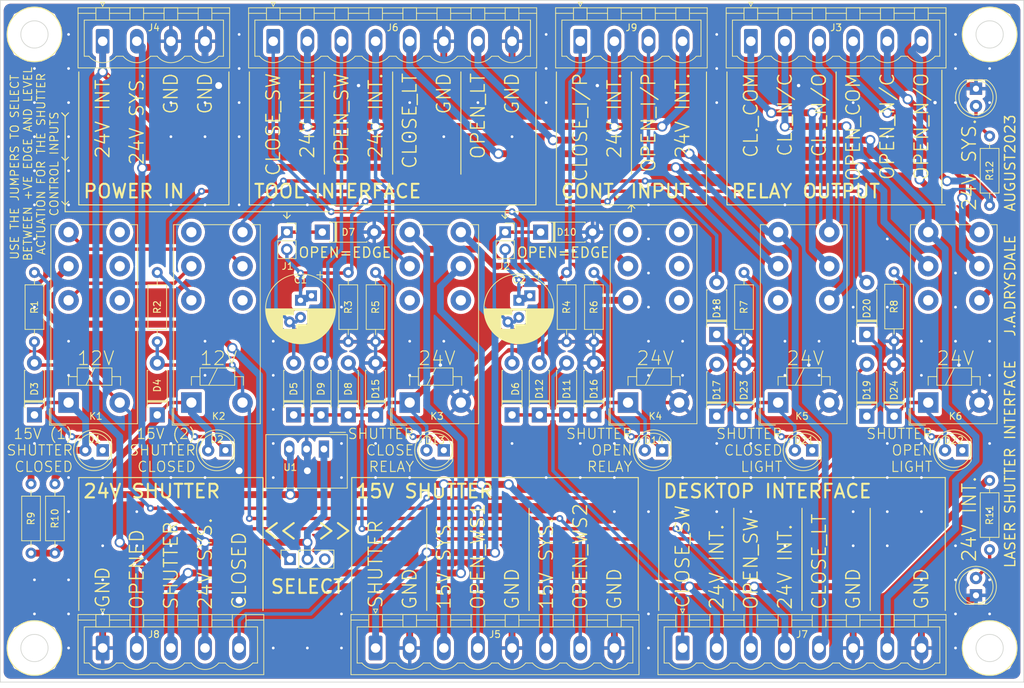
<source format=kicad_pcb>
(kicad_pcb (version 20211014) (generator pcbnew)
  (layers (0 "F.Cu" signal) (31 "B.Cu" signal) (34 "B.Paste" user) (35 "F.Paste" user) (36 "B.SilkS" user "B.Silkscreen") (37 "F.SilkS" user "F.Silkscreen") (38 "B.Mask" user) (39 "F.Mask" user) (44 "Edge.Cuts" user))
  (net 0 "")
  (net 1 "ShutterOpenSignal")
  (net 2 "Net-(C1-Pad2)")
  (net 3 "ShutterCloseSignal")
  (net 4 "Net-(C2-Pad2)")
  (net 5 "Net-(D1-Pad1)")
  (net 6 "15V_SensorSupply")
  (net 7 "Net-(D2-Pad1)")
  (net 8 "15V_OpensWithShutter1")
  (net 9 "15V_OpensWithShutter2")
  (net 10 "Net-(D13-Pad2)")
  (net 11 "Net-(D11-Pad1)")
  (net 12 "GND")
  (net 13 "DesktopOpenSW")
  (net 14 "shutterOpenSW")
  (net 15 "DesktopCloseSW")
  (net 16 "ShutterCloseSW")
  (net 17 "Net-(D13-Pad1)")
  (net 18 "Net-(D14-Pad1)")
  (net 19 "Net-(D17-Pad1)")
  (net 20 "24V_ShutterClosed")
  (net 21 "Net-(D18-Pad2)")
  (net 22 "Net-(D19-Pad1)")
  (net 23 "24V_ShutterOpened")
  (net 24 "Net-(D20-Pad2)")
  (net 25 "Net-(D21-Pad1)")
  (net 26 "Net-(D22-Pad1)")
  (net 27 "RelayShutterClosedCOM")
  (net 28 "RelayShutterClosedN{slash}C")
  (net 29 "RelayShutterClosedN{slash}O")
  (net 30 "RelayShutterOpenCOM")
  (net 31 "RelayShutterOpenN{slash}C")
  (net 32 "RelayShutterOpenN{slash}O")
  (net 33 "24V_Interlock")
  (net 34 "24V_System")
  (net 35 "15V_Shutter")
  (net 36 "ShutterClosedLight")
  (net 37 "ShutterOpenLight")
  (net 38 "24V_Shutter")
  (net 39 "Net-(K1-Pad11)")
  (net 40 "Net-(K1-Pad12)")
  (net 41 "Net-(K1-Pad14)")
  (net 56 "Net-(D1-Pad2)")
  (net 57 "Net-(D2-Pad2)")
  (net 58 "Net-(R11-Pad2)")
  (net 59 "Net-(D26-Pad2)")
  (footprint "Resistor_THT:R_Axial_DIN0207_L6.3mm_D2.5mm_P10.16mm_Horizontal" (layer "F.Cu") (at 195 80.08 90)
    (fp_text reference "R12")
    (fp_text value "4K3")
  )
  (footprint "Resistor_THT:R_Axial_DIN0207_L6.3mm_D2.5mm_P10.16mm_Horizontal" (layer "F.Cu") (at 133 89.92 -90)
    (fp_text reference "R4")
    (fp_text value "1K")
  )
  (footprint "Diode_THT:D_DO-41_SOD81_P7.62mm_Horizontal" (layer "F.Cu") (at 159 111 90)
    (fp_text reference "D23")
    (fp_text value "D")
  )
  (footprint "Resistor_THT:R_Axial_DIN0207_L6.3mm_D2.5mm_P10.16mm_Horizontal" (layer "F.Cu") (at 181 89.84 -90)
    (fp_text reference "R8")
    (fp_text value "4K3")
  )
  (footprint "Diode_THT:D_DO-41_SOD81_P7.62mm_Horizontal" (layer "F.Cu") (at 55 110.81 90)
    (fp_text reference "D3")
    (fp_text value "D")
  )
  (footprint "Connector_Phoenix_MSTB:PhoenixContact_MSTBVA_2,5_8-G_1x08_P5.00mm_Vertical" (layer "F.Cu") (at 105 145)
    (fp_text reference "J5")
    (fp_text value "Screw_Terminal_01x08")
  )
  (footprint "Diode_THT:D_DO-41_SOD81_P7.62mm_Horizontal" (layer "F.Cu") (at 73 110.81 90)
    (fp_text reference "D4")
    (fp_text value "D")
  )
  (footprint "Connector_Phoenix_MSTB:PhoenixContact_MSTBVA_2,5_8-G_1x08_P5.00mm_Vertical" (layer "F.Cu") (at 90 56)
    (fp_text reference "J6")
    (fp_text value "Screw_Terminal_01x08")
  )
  (footprint "Capacitor_THT:CP_Radial_D10.0mm_P2.50mm_P5.00mm" (layer "F.Cu") (at 126 94 -90)
    (fp_text reference "C2")
    (fp_text value "C_Polarized")
  )
  (footprint "Resistor_THT:R_Axial_DIN0207_L6.3mm_D2.5mm_P10.16mm_Horizontal" (layer "F.Cu") (at 195 120.42 -90)
    (fp_text reference "R11")
    (fp_text value "4K3")
  )
  (footprint "Resistor_THT:R_Axial_DIN0207_L6.3mm_D2.5mm_P10.16mm_Horizontal" (layer "F.Cu") (at 101 89.92 -90)
    (fp_text reference "R3")
    (fp_text value "1K")
  )
  (footprint "Resistor_THT:R_Axial_DIN0207_L6.3mm_D2.5mm_P10.16mm_Horizontal" (layer "F.Cu") (at 105 89.92 -90)
    (fp_text reference "R5")
    (fp_text value "4K3")
  )
  (footprint "Connector_Phoenix_MSTB:PhoenixContact_MSTBVA_2,5_4-G_1x04_P5.00mm_Vertical" (layer "F.Cu") (at 135 56)
    (fp_text reference "J9")
    (fp_text value "Screw_Terminal_01x04")
  )
  (footprint "Relay_THT:Relay_DPDT_Finder_40.52" (layer "F.Cu") (at 110 109 90)
    (fp_text reference "K3")
    (fp_text value "FINDER-41.52")
  )
  (footprint "LED_THT:LED_D5.0mm" (layer "F.Cu") (at 193 62.96 -90)
    (fp_text reference "D26" hide)
    (fp_text value "LED")
  )
  (footprint "Diode_THT:D_DO-41_SOD81_P7.62mm_Horizontal" (layer "F.Cu") (at 133 110.81 90)
    (fp_text reference "D11")
    (fp_text value "D")
  )
  (footprint "Diode_THT:D_DO-41_SOD81_P7.62mm_Horizontal" (layer "F.Cu") (at 105 110.81 90)
    (fp_text reference "D15")
    (fp_text value "D")
  )
  (footprint "Resistor_THT:R_Axial_DIN0207_L6.3mm_D2.5mm_P10.16mm_Horizontal" (layer "F.Cu") (at 55 89.92 -90)
    (fp_text reference "R1")
    (fp_text value "2K")
  )
  (footprint "Diode_THT:D_DO-41_SOD81_P7.62mm_Horizontal" (layer "F.Cu") (at 129.19 84)
    (fp_text reference "D10")
    (fp_text value "D")
  )
  (footprint "Connector_PinSocket_2.54mm:PinSocket_1x03_P2.54mm_Vertical" (layer "F.Cu") (at 92.475 131.975 90)
    (fp_text reference "SW1" hide)
    (fp_text value "SW_SPDT")
  )
  (footprint "LED_THT:LED_D5.0mm" (layer "F.Cu") (at 115 116 180)
    (fp_text reference "D13")
    (fp_text value "LED")
  )
  (footprint "Resistor_THT:R_Axial_DIN0207_L6.3mm_D2.5mm_P10.16mm_Horizontal" (layer "F.Cu") (at 58 131.08 90)
    (fp_text reference "R10")
    (fp_text value "82R")
  )
  (footprint "Connector_Phoenix_MSTB:PhoenixContact_MSTBVA_2,5_8-G_1x08_P5.00mm_Vertical" (layer "F.Cu") (at 150 145)
    (fp_text reference "J7")
    (fp_text value "Screw_Terminal_01x08")
  )
  (footprint "Resistor_THT:R_Axial_DIN0207_L6.3mm_D2.5mm_P10.16mm_Horizontal" (layer "F.Cu") (at 137 89.92 -90)
    (fp_text reference "R6")
    (fp_text value "4K3")
  )
  (footprint "Diode_THT:D_DO-41_SOD81_P7.62mm_Horizontal" (layer "F.Cu") (at 155 99 90)
    (fp_text reference "D18")
    (fp_text value "D")
  )
  (footprint "Resistor_THT:R_Axial_DIN0207_L6.3mm_D2.5mm_P10.16mm_Horizontal" (layer "F.Cu") (at 73 89.92 -90)
    (fp_text reference "R2")
    (fp_text value "2K")
  )
  (footprint "Relay_THT:Relay_DPDT_Finder_40.52" (layer "F.Cu") (at 142 109 90)
    (fp_text reference "K4")
    (fp_text value "FINDER-41.52")
  )
  (footprint "Diode_THT:D_DO-41_SOD81_P7.62mm_Horizontal" (layer "F.Cu") (at 177 99 90)
    (fp_text reference "D20")
    (fp_text value "D")
  )
  (footprint "Relay_THT:Relay_DPDT_Finder_40.52" (layer "F.Cu") (at 78 109 90)
    (fp_text reference "K2")
    (fp_text value "FINDER-41.52")
  )
  (footprint "Diode_THT:D_DO-41_SOD81_P7.62mm_Horizontal" (layer "F.Cu") (at 129 110.81 90)
    (fp_text reference "D12")
    (fp_text value "D")
  )
  (footprint "Diode_THT:D_DO-41_SOD81_P7.62mm_Horizontal" (layer "F.Cu") (at 155 111 90)
    (fp_text reference "D17")
    (fp_text value "D")
  )
  (footprint "LED_THT:LED_D5.0mm" (layer "F.Cu") (at 147 116 180)
    (fp_text reference "D14")
    (fp_text value "LED")
  )
  (footprint "LED_THT:LED_D5.0mm" (layer "F.Cu") (at 83 116 180)
    (fp_text reference "D2")
    (fp_text value "LED")
  )
  (footprint "Diode_THT:D_DO-41_SOD81_P7.62mm_Horizontal" (layer "F.Cu") (at 101 110.81 90)
    (fp_text reference "D8")
    (fp_text value "D")
  )
  (footprint "LED_THT:LED_D5.0mm" (layer "F.Cu") (at 65 116 180)
    (fp_text reference "D1")
    (fp_text value "LED")
  )
  (footprint "Capacitor_THT:CP_Radial_D10.0mm_P2.50mm_P5.00mm" (layer "F.Cu") (at 94 94 -90)
    (fp_text reference "C1")
    (fp_text value "C_Polarized")
  )
  (footprint "LED_THT:LED_D5.0mm" (layer "F.Cu") (at 169 116 180)
    (fp_text reference "D21")
    (fp_text value "LED")
  )
  (footprint "Diode_THT:D_DO-41_SOD81_P7.62mm_Horizontal" (layer "F.Cu") (at 137 110.81 90)
    (fp_text reference "D16")
    (fp_text value "D")
  )
  (footprint "Diode_THT:D_DO-41_SOD81_P7.62mm_Horizontal" (layer "F.Cu") (at 97 110.81 90)
    (fp_text reference "D9")
    (fp_text value "D")
  )
  (footprint "Diode_THT:D_DO-41_SOD81_P7.62mm_Horizontal" (layer "F.Cu") (at 177 111 90)
    (fp_text reference "D19")
    (fp_text value "D")
  )
  (footprint "Resistor_THT:R_Axial_DIN0207_L6.3mm_D2.5mm_P10.16mm_Horizontal" (layer "F.Cu") (at 159 89.92 -90)
    (fp_text reference "R7")
    (fp_text value "4K3")
  )
  (footprint "Connector_PinSocket_2.54mm:PinSocket_1x02_P2.54mm_Vertical" (layer "F.Cu") (at 124 84)
    (fp_text reference "J2")
    (fp_text value "Conn_01x02_Male")
  )
  (footprint "Connector_Phoenix_MSTB:PhoenixContact_MSTBVA_2,5_4-G_1x04_P5.00mm_Vertical" (layer "F.Cu") (at 65 56)
    (fp_text reference "J4")
    (fp_text value "Screw_Terminal_01x04")
  )
  (footprint "Converter_DCDC:Converter_DCDC_TRACO_TSR-1_THT" (layer "F.Cu") (at 97.4325 115.8175 180)
    (fp_text reference "U1")
    (fp_text value "TSR_1-24150")
  )
  (footprint "Relay_THT:Relay_DPDT_Finder_40.52" (layer "F.Cu") (at 186 109 90)
    (fp_text reference "K6")
    (fp_text value "FINDER-41.52")
  )
  (footprint "Connector_PinSocket_2.54mm:PinSocket_1x02_P2.54mm_Vertical" (layer "F.Cu") (at 92 84)
    (fp_text reference "J1")
    (fp_text value "Conn_01x02_Male")
  )
  (footprint "Diode_THT:D_DO-41_SOD81_P7.62mm_Horizontal" (layer "F.Cu") (at 125 110.81 90)
    (fp_text reference "D6")
    (fp_text value "D")
  )
  (footprint "Diode_THT:D_DO-41_SOD81_P7.62mm_Horizontal" (layer "F.Cu") (at 97.19 84)
    (fp_text reference "D7")
    (fp_text value "D")
  )
  (footprint "Diode_THT:D_DO-41_SOD81_P7.62mm_Horizontal" (layer "F.Cu") (at 181 111 90)
    (fp_text reference "D24")
    (fp_text value "D")
  )
  (footprint "Relay_THT:Relay_DPDT_Finder_40.52" (layer "F.Cu") (at 60 109 90)
    (fp_text reference "K1")
    (fp_text value "FINDER-41.52")
  )
  (footprint "LED_THT:LED_D5.0mm" (layer "F.Cu") (at 193 137.275 90)
    (fp_text reference "D25" hide)
    (fp_text value "LED")
  )
  (footprint "LED_THT:LED_D5.0mm" (layer "F.Cu") (at 191 116 180)
    (fp_text reference "D22")
    (fp_text value "LED")
  )
  (footprint "Relay_THT:Relay_DPDT_Finder_40.52" (layer "F.Cu") (at 164 109 90)
    (fp_text reference "K5")
    (fp_text value "FINDER-41.52")
  )
  (footprint "Connector_Phoenix_MSTB:PhoenixContact_MSTBVA_2,5_5-G_1x05_P5.00mm_Vertical" (layer "F.Cu") (at 65 145)
    (fp_text reference "J8")
    (fp_text value "Screw_Terminal_01x05")
  )
  (footprint "Resistor_THT:R_Axial_DIN0207_L6.3mm_D2.5mm_P10.16mm_Horizontal" (layer "F.Cu") (at 54.5 131.08 90)
    (fp_text reference "R9")
    (fp_text value "82R")
  )
  (footprint "Connector_Phoenix_MSTB:PhoenixContact_MSTBVA_2,5_6-G_1x06_P5.00mm_Vertical" (layer "F.Cu") (at 160 56)
    (fp_text reference "J3")
    (fp_text value "Screw_Terminal_01x06")
  )
  (footprint "Diode_THT:D_DO-41_SOD81_P7.62mm_Horizontal" (layer "F.Cu") (at 93 110.81 90)
    (fp_text reference "D5")
    (fp_text value "D")
  )
  (gr_circle (center 195 55) (end 199 55) (layer "F.SilkS") (width 0.15) (fill none))
  (gr_line (start 86.5 60.5) (end 86.5 80) (layer "F.SilkS") (width 0.15))
  (gr_line (start 153.5 60.5) (end 153.5 80) (layer "F.SilkS") (width 0.15))
  (gr_line (start 97.5 75.5) (end 97.5 60.5) (layer "F.SilkS") (width 0.15))
  (gr_line (start 188 60.25) (end 188 79.75) (layer "F.SilkS") (width 0.15))
  (gr_line (start 107.5 75.5) (end 107.5 60.5) (layer "F.SilkS") (width 0.15))
  (gr_line (start 88.5 120) (end 88.5 139.5) (layer "F.SilkS") (width 0.15))
  (gr_circle (center 55 55) (end 59 55) (layer "F.SilkS") (width 0.15) (fill none))
  (gr_line (start 167.5 139.5) (end 167.5 124.5) (layer "F.SilkS") (width 0.15))
  (gr_line (start 59.5 80) (end 59 79.5) (layer "F.SilkS") (width 0.15))
  (gr_line (start 101.5 120) (end 143.5 120) (layer "F.SilkS") (width 0.15))
  (gr_line (start 157.5 139.5) (end 157.5 124.5) (layer "F.SilkS") (width 0.15))
  (gr_line (start 59.5 67) (end 59 66.5) (layer "F.SilkS") (width 0.15))
  (gr_line (start 156.5 60.5) (end 156.5 80) (layer "F.SilkS") (width 0.15))
  (gr_line (start 83.5 60.5) (end 83.5 80) (layer "F.SilkS") (width 0.15))
  (gr_circle (center 55 145) (end 59 145) (layer "F.SilkS") (width 0.15) (fill none))
  (gr_line (start 143.5 120) (end 143.5 139.5) (layer "F.SilkS") (width 0.15))
  (gr_line (start 127.5 139.5) (end 127.5 124.5) (layer "F.SilkS") (width 0.15))
  (gr_line (start 61.5 60.5) (end 61.5 80) (layer "F.SilkS") (width 0.15))
  (gr_line (start 142.5 80) (end 142 80.5) (layer "F.SilkS") (width 0.15))
  (gr_line (start 83.5 80) (end 61.5 80) (layer "F.SilkS") (width 0.15))
  (gr_line (start 59 66.5) (end 59.5 67) (layer "F.SilkS") (width 0.15))
  (gr_line (start 172.5 75.5) (end 172.5 60.5) (layer "F.SilkS") (width 0.15))
  (gr_line (start 142.5 75.5) (end 142.5 60.5) (layer "F.SilkS") (width 0.15))
  (gr_line (start 124 82) (end 123.5 81.5) (layer "F.SilkS") (width 0.15))
  (gr_line (start 124 81) (end 124 82) (layer "F.SilkS") (width 0.15))
  (gr_line (start 188.5 120) (end 146.5 120) (layer "F.SilkS") (width 0.15))
  (gr_line (start 128.5 60.5) (end 128.5 80) (layer "F.SilkS") (width 0.15))
  (gr_line (start 131.5 60.5) (end 131.5 80) (layer "F.SilkS") (width 0.15))
  (gr_line (start 101.5 139.5) (end 101.5 120) (layer "F.SilkS") (width 0.15))
  (gr_line (start 61.5 139.5) (end 61.5 120) (layer "F.SilkS") (width 0.15))
  (gr_line (start 188.5 80) (end 156.5 80) (layer "F.SilkS") (width 0.15))
  (gr_line (start 117.5 75.5) (end 117.5 60.5) (layer "F.SilkS") (width 0.15))
  (gr_line (start 124 81) (end 142.5 81) (layer "F.SilkS") (width 0.15))
  (gr_line (start 124 82) (end 124.5 81.5) (layer "F.SilkS") (width 0.15))
  (gr_line (start 128.5 80) (end 86.5 80) (layer "F.SilkS") (width 0.15))
  (gr_line (start 142.5 81) (end 142.5 80) (layer "F.SilkS") (width 0.15))
  (gr_line (start 59.5 80) (end 60 79.5) (layer "F.SilkS") (width 0.15))
  (gr_line (start 59.5 73.5) (end 60 73) (layer "F.SilkS") (width 0.15))
  (gr_line (start 59.5 81) (end 124 81) (layer "F.SilkS") (width 0.15))
  (gr_line (start 59.5 73.5) (end 59 73) (layer "F.SilkS") (width 0.15))
  (gr_line (start 153.5 80) (end 131.5 80) (layer "F.SilkS") (width 0.15))
  (gr_line (start 59.5 67) (end 60 66.5) (layer "F.SilkS") (width 0.15))
  (gr_line (start 61.5 120) (end 88.5 120) (layer "F.SilkS") (width 0.15))
  (gr_line (start 92 82) (end 92.5 81.5) (layer "F.SilkS") (width 0.15))
  (gr_line (start 92 82) (end 91.5 81.5) (layer "F.SilkS") (width 0.15))
  (gr_line (start 143 80.5) (end 142.5 80) (layer "F.SilkS") (width 0.15))
  (gr_circle (center 195 145) (end 199 145) (layer "F.SilkS") (width 0.15) (fill none))
  (gr_line (start 112.5 139.5) (end 112.5 124.5) (layer "F.SilkS") (width 0.15))
  (gr_line (start 146.5 139.5) (end 146.5 120) (layer "F.SilkS") (width 0.15))
  (gr_line (start 177.5 139.5) (end 177.5 124.5) (layer "F.SilkS") (width 0.15))
  (gr_line (start 188.5 139.5) (end 188.5 120) (layer "F.SilkS") (width 0.15))
  (gr_line (start 59.5 67) (end 59.5 81) (layer "F.SilkS") (width 0.15))
  (gr_line (start 92 81) (end 92 82) (layer "F.SilkS") (width 0.15))
  (gr_circle (center 55 55) (end 57 55) (layer "Edge.Cuts") (width 0.1) (fill none))
  (gr_line (start 200 150) (end 200 50) (layer "Edge.Cuts") (width 0.1))
  (gr_circle (center 55 145) (end 57 145) (layer "Edge.Cuts") (width 0.1) (fill none))
  (gr_line (start 50 50) (end 50 150) (layer "Edge.Cuts") (width 0.1))
  (gr_circle (center 195 55) (end 197 55) (layer "Edge.Cuts") (width 0.1) (fill none))
  (gr_circle (center 195 145) (end 197 145) (layer "Edge.Cuts") (width 0.1) (fill none))
  (gr_line (start 50 150) (end 200 150) (layer "Edge.Cuts") (width 0.1))
  (gr_line (start 200 50) (end 50 50) (layer "Edge.Cuts") (width 0.1))
  (gr_text "OPEN_N/O" (at 185 60.5 90) (layer "F.SilkS") (effects (font (size 2 2) (thickness 0.2)) (justify right)))
  (gr_text "OPEN_COM" (at 175 60.5 90) (layer "F.SilkS") (effects (font (size 2 2) (thickness 0.2)) (justify right)))
  (gr_text "24V INT." (at 140 60.5 90) (layer "F.SilkS") (effects (font (size 2 2) (thickness 0.2)) (justify right)))
  (gr_text "SHUTTER\nOPEN\nRELAY" (at 142.74 115.999538) (layer "F.SilkS") (effects (font (size 1.5 1.5)) (justify right)))
  (gr_text "CLOSED" (at 85 139.5 90) (layer "F.SilkS") (effects (font (size 2 2) (thickness 0.2)) (justify left)))
  (gr_text "24V SYS." (at 192 81 90) (layer "F.SilkS") (effects (font (size 2 2) (thickness 0.2)) (justify left)))
  (gr_text "15V SHUTTER" (at 102 122) (layer "F.SilkS") (effects (font (size 2 2) (thickness 0.3)) (justify left)))
  (gr_text "TOOL INTERFACE" (at 87 78) (layer "F.SilkS") (effects (font (size 2 2) (thickness 0.3)) (justify left)))
  (gr_text "OPEN_SW" (at 160 139.5 90) (layer "F.SilkS") (effects (font (size 2 2) (thickness 0.2)) (justify left)))
  (gr_text "SHUTTER" (at 105 139.29 90) (layer "F.SilkS") (effects (font (size 2 2) (thickness 0.2)) (justify left)))
  (gr_text "GND" (at 185 139.5 90) (layer "F.SilkS") (effects (font (size 2 2) (thickness 0.2)) (justify left)))
  (gr_text "CLOSE_LT" (at 110 60.5 90) (layer "F.SilkS") (effects (font (size 2 2) (thickness 0.2)) (justify right)))
  (gr_text "GND" (at 110 139.5 90) (layer "F.SilkS") (effects (font (size 2 2) (thickness 0.2)) (justify left)))
  (gr_text "GND" (at 125 60.5 90) (layer "F.SilkS") (effects (font (size 2 2) (thickness 0.2)) (justify right)))
  (gr_text "24V" (at 114 102.5) (layer "F.SilkS") (effects (font (size 2 2))))
  (gr_text "OPEN_WS2" (at 135 139.5 90) (layer "F.SilkS") (effects (font (size 2 2) (thickness 0.2)) (justify left)))
  (gr_text "<<  >>" (at 95 127.5) (layer "F.SilkS") (effects (font (size 4 2) (thickness 0.3))))
  (gr_text "SHUTTER\nCLOSE\nRELAY" (at 110.74 115.999538) (layer "F.SilkS") (effects (font (size 1.5 1.5)) (justify right)))
  (gr_text "CLOSE_SW" (at 90 60.5 90) (layer "F.SilkS") (effects (font (size 2 2) (thickness 0.2)) (justify right)))
  (gr_text "GND" (at 125 139.5 90) (layer "F.SilkS") (effects (font (size 2 2) (thickness 0.2)) (justify left)))
  (gr_text "24V SYS." (at 80 139.5 90) (layer "F.SilkS") (effects (font (size 2 2) (thickness 0.2)) (justify left)))
  (gr_text "24V INT." (at 165 139.5 90) (layer "F.SilkS") (effects (font (size 2 2) (thickness 0.2)) (justify left)))
  (gr_text "GND" (at 75 60.5 90) (layer "F.SilkS") (effects (font (size 2 2) (thickness 0.2)) (justify right)))
  (gr_text "24V SHUTTER" (at 62 122) (layer "F.SilkS") (effects (font (size 2 2) (thickness 0.3)) (justify left)))
  (gr_text "GND" (at 80 60.5 90) (layer "F.SilkS") (effects (font (size 2 2) (thickness 0.2)) (justify right)))
  (gr_text "GND" (at 65 139.29 90) (layer "F.SilkS") (effects (font (size 2 2) (thickness 0.2)) (justify left)))
  (gr_text "24V" (at 190 102.5) (layer "F.SilkS") (effects (font (size 2 2))))
  (gr_text "24V INT." (at 150 60.5 90) (layer "F.SilkS") (effects (font (size 2 2) (thickness 0.2)) (justify right)))
  (gr_text "SHUTTER\nCLOSED\nLIGHT" (at 164.74 116.000462) (layer "F.SilkS") (effects (font (size 1.5 1.5)) (justify right)))
  (gr_text "24V SYS." (at 70 60.5 90) (layer "F.SilkS") (effects (font (size 2 2) (thickness 0.2)) (justify right)))
  (gr_text "SELECT" (at 95 136) (layer "F.SilkS") (effects (font (size 2 2) (thickness 0.3))))
  (gr_text "CLOSE_SW" (at 150 139.29 90) (layer "F.SilkS") (effects (font (size 2 2) (thickness 0.2)) (justify left)))
  (gr_text "RELAY OUTPUT" (at 157 78) (layer "F.SilkS") (effects (font (size 2 2) (thickness 0.3)) (justify left)))
  (gr_text "OPEN_WS1" (at 120 139.5 90) (layer "F.SilkS") (effects (font (size 2 2) (thickness 0.2)) (justify left)))
  (gr_text "24V INT." (at 65 60.5 90) (layer "F.SilkS") (effects (font (size 2 2) (thickness 0.2)) (justify right)))
  (gr_text "24V" (at 146 102.5) (layer "F.SilkS") (effects (font (size 2 2))))
  (gr_text "OPEN_LT" (at 120 60.5 90) (layer "F.SilkS") (effects (font (size 2 2) (thickness 0.2)) (justify right)))
  (gr_text "24V INT." (at 95 60.5 90) (layer "F.SilkS") (effects (font (size 2 2) (thickness 0.2)) (justify right)))
  (gr_text "12V" (at 64 102.5) (layer "F.SilkS") (effects (font (size 2 2))))
  (gr_text "OPENED" (at 70 139.5 90) (layer "F.SilkS") (effects (font (size 2 2) (thickness 0.2)) (justify left)))
  (gr_text "15V SYS." (at 130 139.5 90) (layer "F.SilkS") (effects (font (size 2 2) (thickness 0.2)) (justify left)))
  (gr_text "LASER SHUTTER INTERFACE   J.A.DRYSDALE   AUGUST2023" (at 198 100 90) (layer "F.SilkS") (effects (font (size 1.5 1.5) (thickness 0.2))))
  (gr_text "OPEN_I/P" (at 145 60.5 90) (layer "F.SilkS") (effects (font (size 2 2) (thickness 0.2)) (justify right)))
  (gr_text "CL._COM" (at 160 60.5 90) (layer "F.SilkS") (effects (font (size 2 2) (thickness 0.2)) (justify right)))
  (gr_text "GND" (at 140 139.5 90) (layer "F.SilkS") (effects (font (size 2 2) (thickness 0.2)) (justify left)))
  (gr_text "OPEN_N/C" (at 180 60.5 90) (layer "F.SilkS") (effects (font (size 2 2) (thickness 0.2)) (justify right)))
  (gr_text "24V INT." (at 192 132.5 90) (layer "F.SilkS") (effects (font (size 2 2) (thickness 0.2)) (justify left)))
  (gr_text "CL._N/C" (at 165 60.5 90) (layer "F.SilkS") (effects (font (size 2 2) (thickness 0.2)) (justify right)))
  (gr_text "CONT. INPUT" (at 132 78) (layer "F.SilkS") (effects (font (size 2 2) (thickness 0.3)) (justify left)))
  (gr_text "GND" (at 115 60.5 90) (layer "F.SilkS") (effects (font (size 2 2) (thickness 0.2)) (justify right)))
  (gr_text "POWER IN" (at 62 78) (layer "F.SilkS") (effects (font (size 2 2) (thickness 0.3)) (justify left)))
  (gr_text "SHUTTER\nOPEN\nLIGHT" (at 186.74 115.999538) (layer "F.SilkS") (effects (font (size 1.5 1.5)) (justify right)))
  (gr_text "15V (2)\nSHUTTER\nCLOSED" (at 78.74 116.000462) (layer "F.SilkS") (effects (font (size 1.5 1.5)) (justify right)))
  (gr_text "OPEN_SW" (at 100 60.5 90) (layer "F.SilkS") (effects (font (size 2 2) (thickness 0.2)) (justify right)))
  (gr_text "CL._N/O" (at 170 60.5 90) (layer "F.SilkS") (effects (font (size 2 2) (thickness 0.2)) (justify right)))
  (gr_text "12V" (at 82 102.5) (layer "F.SilkS") (effects (font (size 2 2))))
  (gr_text "CLOSE_LT" (at 170 139.5 90) (layer "F.SilkS") (effects (font (size 2 2) (thickness 0.2)) (justify left)))
  (gr_text "GND" (at 175 139.5 90) (layer "F.SilkS") (effects (font (size 2 2) (thickness 0.2)) (justify left)))
  (gr_text "OPEN=EDGE" (at 132.5 87) (layer "F.SilkS") (effects (font (size 1.5 1.5) (thickness 0.2))))
  (gr_text "24V INT." (at 155 139.5 90) (layer "F.SilkS") (effects (font (size 2 2) (thickness 0.2)) (justify left)))
  (gr_text "24V INT." (at 105 60.5 90) (layer "F.SilkS") (effects (font (size 2 2) (thickness 0.2)) (justify right)))
  (gr_text "CLOSE_I/P" (at 135 60.5 90) (layer "F.SilkS") (effects (font (size 2 2) (thickness 0.2)) (justify right)))
  (gr_text "USE THE JUMPERS TO SELECT \nBETWEEN +VE EDGE AND LEVEL\nACTUATION FOR THE SHUTTER\nCONTROL INPUTS" (at 55 74 90) (layer "F.SilkS") (effects (font (size 1.2 1.2))))
  (gr_text "24V" (at 168 102.5) (layer "F.SilkS") (effects (font (size 2 2))))
  (gr_text "DESKTOP INTERFACE" (at 147 122) (layer "F.SilkS") (effects (font (size 2 2) (thickness 0.3)) (justify left)))
  (gr_text "15V (1)\nSHUTTER\nCLOSED" (at 60.74 116.000462) (layer "F.SilkS") (effects (font (size 1.5 1.5)) (justify right)))
  (gr_text "15V SYS." (at 115 139.5 90) (layer "F.SilkS") (effects (font (size 2 2) (thickness 0.2)) (justify left)))
  (gr_text "OPEN=EDGE" (at 100.5 87) (layer "F.SilkS") (effects (font (size 1.5 1.5) (thickness 0.2))))
  (gr_text "SHUTTER" (at 75 139.5 90) (layer "F.SilkS") (effects (font (size 2 2) (thickness 0.2)) (justify left)))
  (segment (start 100.92 90) (end 101 89.92) (width 0.5) (layer "F.Cu") (net 1))
  (segment (start 94 90) (end 100.92 90) (width 0.5) (layer "F.Cu") (net 1))
  (segment (start 139 79.5) (end 103.5 79.5) (width 0.5) (layer "F.Cu") (net 1))
  (via (at 139 79.5) (size 1) (drill 0.5) (layers "F.Cu" "B.Cu") (net 1))
  (via (at 94 90) (size 1) (drill 0.5) (layers "F.Cu" "B.Cu") (net 1))
  (via (at 103.5 79.5) (size 1) (drill 0.5) (layers "F.Cu" "B.Cu") (net 1))
  (segment (start 103.5 79.5) (end 101.5 81.5) (width 0.5) (layer "B.Cu") (net 1))
  (segment (start 101.5 89.42) (end 101 89.92) (width 0.5) (layer "B.Cu") (net 1))
  (segment (start 92 86.54) (end 92 88) (width 0.5) (layer "B.Cu") (net 1))
  (segment (start 101.5 81.5) (end 101.5 89.42) (width 0.5) (layer "B.Cu") (net 1))
  (segment (start 94 90) (end 94 94) (width 0.5) (layer "B.Cu") (net 1))
  (segment (start 92 88) (end 94 90) (width 0.5) (layer "B.Cu") (net 1))
  (segment (start 94.929063 94) (end 95.6 93.329063) (width 0.5) (layer "B.Cu") (net 1))
  (segment (start 145 56) (end 145 73.5) (width 0.5) (layer "B.Cu") (net 1))
  (segment (start 145 73.5) (end 139 79.5) (width 0.5) (layer "B.Cu") (net 1))
  (segment (start 94 94) (end 94.929063 94) (width 0.5) (layer "B.Cu") (net 1))
  (segment (start 92 84) (end 97.19 84) (width 0.5) (layer "F.Cu") (net 2))
  (segment (start 90.4 95.170937) (end 92.4 97.170937) (width 0.5) (layer "B.Cu") (net 2))
  (segment (start 92 84) (end 90.4 85.6) (width 0.5) (layer "B.Cu") (net 2))
  (segment (start 93 97.770937) (end 92.4 97.170937) (width 0.5) (layer "B.Cu") (net 2))
  (segment (start 93.329063 97.170937) (end 94 96.5) (width 0.5) (layer "B.Cu") (net 2))
  (segment (start 90.4 85.6) (end 90.4 95.170937) (width 0.5) (layer "B.Cu") (net 2))
  (segment (start 93 103.19) (end 93 97.770937) (width 0.5) (layer "B.Cu") (net 2))
  (segment (start 92.4 97.170937) (end 93.329063 97.170937) (width 0.5) (layer "B.Cu") (net 2))
  (segment (start 131.92 91) (end 133 89.92) (width 0.5) (layer "F.Cu") (net 3))
  (segment (start 126 91) (end 131.92 91) (width 0.5) (layer "F.Cu") (net 3))
  (via (at 126 91) (size 1) (drill 0.5) (layers "F.Cu" "B.Cu") (net 3))
  (segment (start 126 91) (end 126 94) (width 0.5) (layer "B.Cu") (net 3))
  (segment (start 135 60.5) (end 133.5 62) (width 0.5) (layer "B.Cu") (net 3))
  (segment (start 126.929063 94) (end 127.6 93.329063) (width 0.5) (layer "B.Cu") (net 3))
  (segment (start 124 89) (end 126 91) (width 0.5) (layer "B.Cu") (net 3))
  (segment (start 135 56) (end 135 60.5) (width 0.5) (layer "B.Cu") (net 3))
  (segment (start 133.5 62) (end 133.5 89.42) (width 0.5) (layer "B.Cu") (net 3))
  (segment (start 126 94) (end 126.929063 94) (width 0.5) (layer "B.Cu") (net 3))
  (segment (start 124 86.54) (end 124 89) (width 0.5) (layer "B.Cu") (net 3))
  (segment (start 133.5 89.42) (end 133 89.92) (width 0.5) (layer "B.Cu") (net 3))
  (segment (start 124 84) (end 129.19 84) (width 0.5) (layer "F.Cu") (net 4))
  (segment (start 125 97.770937) (end 124.4 97.170937) (width 0.5) (layer "B.Cu") (net 4))
  (segment (start 124.4 97.170937) (end 125.329063 97.170937) (width 0.5) (layer "B.Cu") (net 4))
  (segment (start 125.329063 97.170937) (end 126 96.5) (width 0.5) (layer "B.Cu") (net 4))
  (segment (start 122.4 95.170937) (end 124.4 97.170937) (width 0.5) (layer "B.Cu") (net 4))
  (segment (start 122.4 85.6) (end 122.4 95.170937) (width 0.5) (layer "B.Cu") (net 4))
  (segment (start 125 103.19) (end 125 97.770937) (width 0.5) (layer "B.Cu") (net 4))
  (segment (start 124 84) (end 122.4 85.6) (width 0.5) (layer "B.Cu") (net 4))
  (segment (start 63 114) (end 65 116) (width 0.5) (layer "F.Cu") (net 5))
  (segment (start 60.5 114) (end 63 114) (width 0.5) (layer "F.Cu") (net 5))
  (via (at 60.5 114) (size 1) (drill 0.5) (layers "F.Cu" "B.Cu") (net 5))
  (segment (start 57 110.5) (end 57 91.5) (width 0.5) (layer "B.Cu") (net 5))
  (segment (start 57 91.5) (end 55.42 89.92) (width 0.5) (layer "B.Cu") (net 5))
  (segment (start 60.5 114) (end 57 110.5) (width 0.5) (layer "B.Cu") (net 5))
  (segment (start 55.42 89.92) (end 55 89.92) (width 0.5) (layer "B.Cu") (net 5))
  (segment (start 58 131.08) (end 54.5 131.08) (width 1) (layer "F.Cu") (net 6))
  (segment (start 92.5 122.5) (end 66.58 122.5) (width 1) (layer "F.Cu") (net 6))
  (segment (start 124.5 121) (end 120.5 121) (width 1) (layer "F.Cu") (net 6))
  (segment (start 110.5 122.5) (end 92.5 122.5) (width 1) (layer "F.Cu") (net 6))
  (segment (start 112 121) (end 110.5 122.5) (width 1) (layer "F.Cu") (net 6))
  (segment (start 120.5 121) (end 115 121) (width 1) (layer "F.Cu") (net 6))
  (segment (start 66.58 122.5) (end 58 131.08) (width 1) (layer "F.Cu") (net 6))
  (segment (start 115 121) (end 112 121) (width 1) (layer "F.Cu") (net 6))
  (via (at 115 121) (size 1.5) (drill 1) (layers "F.Cu" "B.Cu") (net 6))
  (via (at 120.5 121) (size 1.5) (drill 1) (layers "F.Cu" "B.Cu") (net 6))
  (via (at 92.5 122.5) (size 1.5) (drill 1) (layers "F.Cu" "B.Cu") (net 6))
  (via (at 124.5 121) (size 1.5) (drill 1) (layers "F.Cu" "B.Cu") (net 6))
  (segment (start 117.5 89) (end 114.5 92) (width 1) (layer "B.Cu") (net 6))
  (segment (start 114.5 95.5) (end 120.5 101.5) (width 1) (layer "B.Cu") (net 6))
  (segment (start 114.5 92) (end 114.5 95.5) (width 1) (layer "B.Cu") (net 6))
  (segment (start 92.5 122.5) (end 92.5 115.965) (width 1) (layer "B.Cu") (net 6))
  (segment (start 120.5 101.5) (end 120.5 121) (width 1) (layer "B.Cu") (net 6))
  (segment (start 115 145) (end 115 121) (width 1) (layer "B.Cu") (net 6))
  (segment (start 130 145) (end 130 126.5) (width 1) (layer "B.Cu") (net 6))
  (segment (start 92.5 115.965) (end 92.3525 115.8175) (width 1) (layer "B.Cu") (net 6))
  (segment (start 130 126.5) (end 124.5 121) (width 1) (layer "B.Cu") (net 6))
  (segment (start 81 114) (end 83 116) (width 0.5) (layer "F.Cu") (net 7))
  (segment (start 78.5 114) (end 81 114) (width 0.5) (layer "F.Cu") (net 7))
  (via (at 78.5 114) (size 1) (drill 0.5) (layers "F.Cu" "B.Cu") (net 7))
  (segment (start 75 110.5) (end 75 91.92) (width 0.5) (layer "B.Cu") (net 7))
  (segment (start 75 91.92) (end 73 89.92) (width 0.5) (layer "B.Cu") (net 7))
  (segment (start 78.5 114) (end 75 110.5) (width 0.5) (layer "B.Cu") (net 7))
  (segment (start 67.5 109) (end 62 103.5) (width 0.5) (layer "F.Cu") (net 8))
  (segment (start 62 103.5) (end 55.31 103.5) (width 0.5) (layer "F.Cu") (net 8))
  (segment (start 120 124.5) (end 72 124.5) (width 0.5) (layer "F.Cu") (net 8))
  (segment (start 55.31 103.5) (end 55 103.19) (width 0.5) (layer "F.Cu") (net 8))
  (via (at 120 124.5) (size 1) (drill 0.5) (layers "F.Cu" "B.Cu") (net 8))
  (via (at 72 124.5) (size 1) (drill 0.5) (layers "F.Cu" "B.Cu") (net 8))
  (segment (start 72 124.5) (end 69 121.5) (width 0.5) (layer "B.Cu") (net 8))
  (segment (start 69 121.5) (end 69 110.5) (width 0.5) (layer "B.Cu") (net 8))
  (segment (start 120 145) (end 120 124.5) (width 0.5) (layer "B.Cu") (net 8))
  (segment (start 55 100.08) (end 55 103.19) (width 0.5) (layer "B.Cu") (net 8))
  (segment (start 69 110.5) (end 67.5 109) (width 0.5) (layer "B.Cu") (net 8))
  (segment (start 84 103.5) (end 73.31 103.5) (width 0.5) (layer "F.Cu") (net 9))
  (segment (start 132 126) (end 86.5 126) (width 0.5) (layer "F.Cu") (net 9))
  (segment (start 73.31 103.5) (end 73 103.19) (width 0.5) (layer "F.Cu") (net 9))
  (via (at 132 126) (size 1) (drill 0.5) (layers "F.Cu" "B.Cu") (net 9))
  (via (at 86.5 126) (size 1) (drill 0.5) (layers "F.Cu" "B.Cu") (net 9))
  (via (at 84 103.5) (size 1) (drill 0.5) (layers "F.Cu" "B.Cu") (net 9))
  (segment (start 73 100.08) (end 73 103.19) (width 0.5) (layer "B.Cu") (net 9))
  (segment (start 85.5 105) (end 84 103.5) (width 0.5) (layer "B.Cu") (net 9))
  (segment (start 135 145) (end 135 129) (width 0.5) (layer "B.Cu") (net 9))
  (segment (start 86.5 126) (end 86.5 110) (width 0.5) (layer "B.Cu") (net 9))
  (segment (start 86.5 110) (end 85.5 109) (width 0.5) (layer "B.Cu") (net 9))
  (segment (start 85.5 109) (end 85.5 105) (width 0.5) (layer "B.Cu") (net 9))
  (segment (start 135 129) (end 132 126) (width 0.5) (layer "B.Cu") (net 9))
  (segment (start 110 109) (end 106.81 109) (width 0.5) (layer "F.Cu") (net 10))
  (segment (start 124 100) (end 118.5 105.5) (width 1) (layer "F.Cu") (net 10))
  (segment (start 97 110.81) (end 93 110.81) (width 0.5) (layer "F.Cu") (net 10))
  (segment (start 101 110.81) (end 97 110.81) (width 0.5) (layer "F.Cu") (net 10))
  (segment (start 128.5 100) (end 124 100) (width 1) (layer "F.Cu") (net 10))
  (segment (start 105 110.81) (end 101 110.81) (width 0.5) (layer "F.Cu") (net 10))
  (segment (start 142 94) (end 134.5 94) (width 1) (layer "F.Cu") (net 10))
  (segment (start 134.5 94) (end 128.5 100) (width 1) (layer "F.Cu") (net 10))
  (segment (start 113.5 105.5) (end 110 109) (width 1) (layer "F.Cu") (net 10))
  (segment (start 118.5 105.5) (end 113.5 105.5) (width 1) (layer "F.Cu") (net 10))
  (segment (start 106.81 109) (end 105 110.81) (width 0.5) (layer "F.Cu") (net 10))
  (segment (start 110 110) (end 112.5 112.5) (width 0.5) (layer "B.Cu") (net 10))
  (segment (start 112.5 115.96) (end 112.46 116) (width 0.5) (layer "B.Cu") (net 10))
  (segment (start 112.5 112.5) (end 112.5 115.96) (width 0.5) (layer "B.Cu") (net 10))
  (segment (start 110 109) (end 110 110) (width 0.5) (layer "B.Cu") (net 10))
  (segment (start 137 110.81) (end 133 110.81) (width 0.5) (layer "F.Cu") (net 11))
  (segment (start 133 110.81) (end 129 110.81) (width 0.5) (layer "F.Cu") (net 11))
  (segment (start 129 110.81) (end 125 110.81) (width 0.5) (layer "F.Cu") (net 11))
  (segment (start 138.81 109) (end 137 110.81) (width 0.5) (layer "F.Cu") (net 11))
  (segment (start 142 109) (end 138.81 109) (width 0.5) (layer "F.Cu") (net 11))
  (segment (start 142 109) (end 144.5 111.5) (width 0.5) (layer "B.Cu") (net 11))
  (segment (start 144.5 111.5) (end 144.5 115.96) (width 0.5) (layer "B.Cu") (net 11))
  (segment (start 144.5 115.96) (end 144.46 116) (width 0.5) (layer "B.Cu") (net 11))
  (segment (start 110 138) (end 125 138) (width 1) (layer "F.Cu") (net 12))
  (segment (start 168.5 103.5) (end 159.12 103.5) (width 0.5) (layer "F.Cu") (net 12))
  (segment (start 139.5 138) (end 140 138) (width 1) (layer "F.Cu") (net 12))
  (segment (start 175 138) (end 175 145) (width 1) (layer "F.Cu") (net 12))
  (segment (start 146.75 109) (end 149.5 109) (width 0.5) (layer "F.Cu") (net 12))
  (segment (start 175 138) (end 182 138) (width 1) (layer "F.Cu") (net 12))
  (segment (start 94.8925 118.8925) (end 85.1075 118.8925) (width 1) (layer "F.Cu") (net 12))
  (segment (start 141.25 103.5) (end 146.75 109) (width 0.5) (layer "F.Cu") (net 12))
  (segment (start 182 138) (end 192.275 138) (width 1) (layer "F.Cu") (net 12))
  (segment (start 82 61.5) (end 80 59.5) (width 1) (layer "F.Cu") (net 12))
  (segment (start 85.1075 118.8925) (end 85 119) (width 1) (layer "F.Cu") (net 12))
  (segment (start 82 62.5) (end 82 61.5) (width 1) (layer "F.Cu") (net 12))
  (segment (start 110 138) (end 68.5 138) (width 1) (layer "F.Cu") (net 12))
  (segment (start 65 141.5) (end 65 145) (width 1) (layer "F.Cu") (net 12))
  (segment (start 82 62.5) (end 102.5 62.5) (width 1) (layer "F.Cu") (net 12))
  (segment (start 125 138) (end 139.5 138) (width 1) (layer "F.Cu") (net 12))
  (segment (start 137 103.19) (end 137.31 103.5) (width 0.5) (layer "F.Cu") (net 12))
  (segment (start 192.54 62.5) (end 193 62.96) (width 1) (layer "F.Cu") (net 12))
  (segment (start 68.5 138) (end 65 141.5) (width 1) (layer "F.Cu") (net 12))
  (segment (start 95 119) (end 94.8925 118.8925) (width 1) (layer "F.Cu") (net 12))
  (segment (start 115 62.5) (end 115 56) (width 1) (layer "F.Cu") (net 12))
  (segment (start 139.5 138) (end 175 138) (width 1) (layer "F.Cu") (net 12))
  (segment (start 102.5 62.5) (end 115 62.5) (width 1) (layer "F.Cu") (net 12))
  (segment (start 105.31 103.5) (end 105 103.19) (width 0.5) (layer "F.Cu") (net 12))
  (segment (start 190.5 103.5) (end 181.12 103.5) (width 0.5) (layer "F.Cu") (net 12))
  (segment (start 181.12 103.5) (end 181 103.38) (width 0.5) (layer "F.Cu") (net 12))
  (segment (start 140 138) (end 140 145) (width 1) (layer "F.Cu") (net 12))
  (segment (start 110 138) (end 110 145) (width 1) (layer "F.Cu") (net 12))
  (segment (start 137.5 62.5) (end 134.5 62.5) (width 1) (layer "F.Cu") (net 12))
  (segment (start 75 59.5) (end 75 56) (width 1) (layer "F.Cu") (net 12))
  (segment (start 82 62.5) (end 78 62.5) (width 1) (layer "F.Cu") (net 12))
  (segment (start 184.5 62.5) (end 187 65) (width 1) (layer "F.Cu") (net 12))
  (segment (start 125 62.5) (end 134.5 62.5) (width 1) (layer "F.Cu") (net 12))
  (segment (start 137.31 103.5) (end 141.25 103.5) (width 0.5) (layer "F.Cu") (net 12))
  (segment (start 159.12 103.5) (end 159 103.38) (width 0.5) (layer "F.Cu") (net 12))
  (segment (start 184.5 62.5) (end 192.54 62.5) (width 1) (layer "F.Cu") (net 12))
  (segment (start 167 62.5) (end 184.5 62.5) (width 1) (layer "F.Cu") (net 12))
  (segment (start 105 100.08) (end 101 100.08) (width 0.5) (layer "F.Cu") (net 12))
  (segment (start 185 141) (end 185 145) (width 1) (layer "F.Cu") (net 12))
  (segment (start 115 62.5) (end 125 62.5) (width 1) (layer "F.Cu") (net 12))
  (segment (start 125 138) (end 125 145) (width 1) (layer "F.Cu") (net 12))
  (segment (start 80 59.5) (end 80 56) (width 1) (layer "F.Cu") (net 12))
  (segment (start 125 62.5) (end 125 56) (width 1) (layer "F.Cu") (net 12))
  (segment (start 192.275 138) (end 193 137.275) (width 1) (layer "F.Cu") (net 12))
  (segment (start 134.5 62.5) (end 167 62.5) (width 1) (layer "F.Cu") (net 12))
  (segment (start 182 138) (end 185 141) (width 1) (layer "F.Cu") (net 12))
  (segment (start 137 100.08) (end 133 100.08) (width 0.5) (layer "F.Cu") (net 12))
  (segment (start 114.5 103.5) (end 105.31 103.5) (width 0.5) (layer "F.Cu") (net 12))
  (segment (start 78 62.5) (end 75 59.5) (width 1) (layer "F.Cu") (net 12))
  (via (at 190 90) (size 0.8) (drill 0.4) (layers "F.Cu" "B.Cu") (net 12))
  (via (at 190 130) (size 0.8) (drill 0.4) (layers "F.Cu" "B.Cu") (net 12))
  (via (at 155 55) (size 0.8) (drill 0.4) (layers "F.Cu" "B.Cu") (net 12))
  (via (at 145 145) (size 0.8) (drill 0.4) (layers "F.Cu" "B.Cu") (net 12))
  (via (at 165 100) (size 0.8) (drill 0.4) (layers "F.Cu" "B.Cu") (net 12))
  (via (at 110 105) (size 0.8) (drill 0.4) (layers "F.Cu" "B.Cu") (net 12))
  (via (at 170 105) (size 0.8) (drill 0.4) (layers "F.Cu" "B.Cu") (net 12))
  (via (at 60 55) (size 0.8) (drill 0.4) (layers "F.Cu" "B.Cu") (net 12))
  (via (at 190 100) (size 0.8) (drill 0.4) (layers "F.Cu" "B.Cu") (net 12))
  (via (at 185 120) (size 0.8) (drill 0.4) (layers "F.Cu" "B.Cu") (net 12))
  (via (at 155 120) (size 0.8) (drill 0.4) (layers "F.Cu" "B.Cu") (net 12))
  (via (at 105 120) (size 0.8) (drill 0.4) (layers "F.Cu" "B.Cu") (net 12))
  (via (at 160 120) (size 0.8) (drill 0.4) (layers "F.Cu" "B.Cu") (net 12))
  (via (at 65 140) (size 0.8) (drill 0.4) (layers "F.Cu" "B.Cu") (net 12))
  (via (at 187 65) (size 1) (drill 0.5) (layers "F.Cu" "B.Cu") (net 12))
  (via (at 65 135) (size 0.8) (drill 0.4) (layers "F.Cu" "B.Cu") (net 12))
  (via (at 55 115) (size 0.8) (drill 0.4) (layers "F.Cu" "B.Cu") (net 12))
  (via (at 180 120) (size 0.8) (drill 0.4) (layers "F.Cu" "B.Cu") (net 12))
  (via (at 195 65) (size 0.8) (drill 0.4) (layers "F.Cu" "B.Cu") (net 12))
  (via (at 140 115) (size 0.8) (drill 0.4) (layers "F.Cu" "B.Cu") (net 12))
  (via (at 85 138) (size 1.5) (drill 1) (layers "F.Cu" "B.Cu") (net 12))
  (via (at 185 125) (size 0.8) (drill 0.4) (layers "F.Cu" "B.Cu") (net 12))
  (via (at 110 120) (size 0.8) (drill 0.4) (layers "F.Cu" "B.Cu") (net 12))
  (via (at 155 65) (size 0.8) (drill 0.4) (layers "F.Cu" "B.Cu") (net 12))
  (via (at 75 65) (size 0.8) (drill 0.4) (layers "F.Cu" "B.Cu") (net 12))
  (via (at 90 145) (size 0.8) (drill 0.4) (layers "F.Cu" "B.Cu") (net 12))
  (via (at 130 55) (size 0.8) (drill 0.4) (layers "F.Cu" "B.Cu") (net 12))
  (via (at 82 62.5) (size 1.5) (drill 1) (layers "F.Cu" "B.Cu") (net 12))
  (via (at 190 60) (size 0.8) (drill 0.4) (layers "F.Cu" "B.Cu") (net 12))
  (via (at 60 105) (size 0.8) (drill 0.4) (layers "F.Cu" "B.Cu") (net 12))
  (via (at 190 95) (size 0.8) (drill 0.4) (layers "F.Cu" "B.Cu") (net 12))
  (via (at 195 60) (size 0.8) (drill 0.4) (layers "F.Cu" "B.Cu") (net 12))
  (via (at 190 145) (size 0.8) (drill 0.4) (layers "F.Cu" "B.Cu") (net 12))
  (via (at 110 100) (size 0.8) (drill 0.4) (layers "F.Cu" "B.Cu") (net 12))
  (via (at 155 115) (size 0.8) (drill 0.4) (layers "F.Cu" "B.Cu") (net 12))
  (via (at 170 100) (size 0.8) (drill 0.4) (layers "F.Cu" "B.Cu") (net 12))
  (via (at 195 115) (size 0.8) (drill 0.4) (layers "F.Cu" "B.Cu") (net 12))
  (via (at 165 130) (size 0.8) (drill 0.4) (layers "F.Cu" "B.Cu") (net 12))
  (via (at 60 120) (size 0.8) (drill 0.4) (layers "F.Cu" "B.Cu") (net 12))
  (via (at 75 115) (size 0.8) (drill 0.4) (layers "F.Cu" "B.Cu") (net 12))
  (via (at 120 65) (size 0.8) (drill 0.4) (layers "F.Cu" "B.Cu") (net 12))
  (via (at 145 85) (size 0.8) (drill 0.4) (layers "F.Cu" "B.Cu") (net 12))
  (via (at 190 55) (size 0.8) (drill 0.4) (layers "F.Cu" "B.Cu") (net 12))
  (via (at 140 125) (size 0.8) (drill 0.4) (layers "F.Cu" "B.Cu") (net 12))
  (via (at 195 135) (size 0.8) (drill 0.4) (layers "F.Cu" "B.Cu") (net 12))
  (via (at 60 65) (size 0.8) (drill 0.4) (layers "F.Cu" "B.Cu") (net 12))
  (via (at 75 130) (size 0.8) (drill 0.4) (layers "F.Cu" "B.Cu") (net 12))
  (via (at 110 70) (size 0.8) (drill 0.4) (layers "F.Cu" "B.Cu") (net 12))
  (via (at 175 100) (size 0.8) (drill 0.4) (layers "F.Cu" "B.Cu") (net 12))
  (via (at 125 70) (size 0.8) (drill 0.4) (layers "F.Cu" "B.Cu") (net 12))
  (via (at 55 95) (size 0.8) (drill 0.4) (layers "F.Cu" "B.Cu") (net 12))
  (via (at 90 100) (size 0.8) (drill 0.4) (layers "F.Cu" "B.Cu") (net 12))
  (via (at 180 125) (size 0.8) (drill 0.4) (layers "F.Cu" "B.Cu") (net 12))
  (via (at 135 120) (size 0.8) (drill 0.4) (layers "F.Cu" "B.Cu") (net 12))
  (via (at 90 110) (size 0.8) (drill 0.4) (layers "F.Cu" "B.Cu") (net 12))
  (via (at 155 95) (size 0.8) (drill 0.4) (layers "F.Cu" "B.Cu") (net 12))
  (via (at 195 100) (size 0.8) (drill 0.4) (layers "F.Cu" "B.Cu") (net 12))
  (via (at 175 120) (size 0.8) (drill 0.4) (layers "F.Cu" "B.Cu") (net 12))
  (via (at 180 85) (size 0.8) (drill 0.4) (layers "F.Cu" "B.Cu") (net 12))
  (via (at 167 62.5) (size 1) (drill 0.5) (layers "F.Cu" "B.Cu") (net 12))
  (via (at 160 115) (size 0.8) (drill 0.4) (layers "F.Cu" "B.Cu") (net 12))
  (via (at 55 85) (size 0.8) (drill 0.4) (layers "F.Cu" "B.Cu") (net 12))
  (via (at 185 135) (size 0.8) (drill 0.4) (layers "F.Cu" "B.Cu") (net 12))
  (via (at 100 145) (size 0.8) (drill 0.4) (layers "F.Cu" "B.Cu") (net 12))
  (via (at 70 130) (size 0.8) (drill 0.4) (layers "F.Cu" "B.Cu") (net 12))
  (via (at 175 130) (size 0.8) (drill 0.4) (layers "F.Cu" "B.Cu") (net 12))
  (via (at 115 70) (size 0.8) (drill 0.4) (layers "F.Cu" "B.Cu") (net 12))
  (via (at 55 135) (size 0.8) (drill 0.4) (layers "F.Cu" "B.Cu") (net 12))
  (via (at 165 105) (size 0.8) (drill 0.4) (layers "F.Cu" "B.Cu") (net 12))
  (via (at 90 80) (size 0.8) (drill 0.4) (layers "F.Cu" "B.Cu") (net 12))
  (via (at 110 65) (size 0.8) (drill 0.4) (layers "F.Cu" "B.Cu") (net 12))
  (via (at 185 100) (size 0.8) (drill 0.4) (layers "F.Cu" "B.Cu") (net 12))
  (via (at 150 105) (size 0.8) (drill 0.4) (layers "F.Cu" "B.Cu") (net 12))
  (via (at 130 60) (size 0.8) (drill 0.4) (layers "F.Cu" "B.Cu") (net 12))
  (via (at 175 95) (size 0.8) (drill 0.4) (layers "F.Cu" "B.Cu") (net 12))
  (via (at 175 125) (size 0.8) (drill 0.4) (layers "F.Cu" "B.Cu") (net 12))
  (via (at 75 80) (size 0.8) (drill 0.4) (layers "F.Cu" "B.Cu") (net 12))
  (via (at 145 125) (size 0.8) (drill 0.4) (layers "F.Cu" "B.Cu") (net 12))
  (via (at 95 145) (size 0.8) (drill 0.4) (layers "F.Cu" "B.Cu") (net 12))
  (via (at 75 120) (size 0.8) (drill 0.4) (layers "F.Cu" "B.Cu") (net 12))
  (via (at 65 130) (size 0.8) (drill 0.4) (layers "F.Cu" "B.Cu") (net 12))
  (via (at 130 65) (size 0.8) (drill 0.4) (layers "F.Cu" "B.Cu") (net 12))
  (via (at 150 120) (size 0.8) (drill 0.4) (layers "F.Cu" "B.Cu") (net 12))
  (via (at 155 125) (size 0.8) (drill 0.4) (layers "F.Cu" "B.Cu") (net 12))
  (via (at 100 120) (size 0.8) (drill 0.4) (layers "F.Cu" "B.Cu") (net 12))
  (via (at 75 70) (size 0.8) (drill 0.4) (layers "F.Cu" "B.Cu") (net 12))
  (via (at 80 70) (size 0.8) (drill 0.4) (layers "F.Cu" "B.Cu") (net 12))
  (via (at 175 65) (size 0.8) (drill 0.4) (layers "F.Cu" "B.Cu") (net 12))
  (via (at 65 120) (size 0.8) (drill 0.4) (layers "F.Cu" "B.Cu") (net 12))
  (via (at 155 60) (size 0.8) (drill 0.4) (layers "F.Cu" "B.Cu") (net 12))
  (via (at 145 90) (size 0.8) (drill 0.4) (layers "F.Cu" "B.Cu") (net 12))
  (via (at 137.5 62.5) (size 1) (drill 0.5) (layers "F.Cu" "B.Cu") (net 12))
  (via (at 60 100) (size 0.8) (drill 0.4) (layers "F.Cu" "B.Cu") (net 12))
  (via (at 145 105) (size 0.8) (drill 0.4) (layers "F.Cu" "B.Cu") (net 12))
  (via (at 105 115) (size 0.8) (drill 0.4) (layers "F.Cu" "B.Cu") (net 12))
  (via (at 90 115) (size 0.8) (drill 0.4) (layers "F.Cu" "B.Cu") (net 12))
  (via (at 168.5 103.5) (size 1) (drill 0.5) (layers "F.Cu" "B.Cu") (net 12))
  (via (at 85 65) (size 0.8) (drill 0.4) (layers "F.Cu" "B.Cu") (net 12))
  (via (at 190 140) (size 0.8) (drill 0.4) (layers "F.Cu" "B.Cu") (net 12))
  (via (at 195 140) (size 0.8) (drill 0.4) (layers "F.Cu" "B.Cu") (net 12))
  (via (at 145 140) (size 0.8) (drill 0.4) (layers "F.Cu" "B.Cu") (net 12))
  (via (at 85 55) (size 0.8) (drill 0.4) (layers "F.Cu" "B.Cu") (net 12))
  (via (at 180 115) (size 0.8) (drill 0.4) (layers "F.Cu" "B.Cu") (net 12))
  (via (at 60 125) (size 0.8) (drill 0.4) (layers "F.Cu" "B.Cu") (net 12))
  (via (at 180 95) (size 0.8) (drill 0.4) (layers "F.Cu" "B.Cu") (net 12))
  (via (at 100 140) (size 0.8) (drill 0.4) (layers "F.Cu" "B.Cu") (net 12))
  (via (at 195 105) (size 0.8) (drill 0.4) (layers "F.Cu" "B.Cu") (net 12))
  (via (at 85 60) (size 0.8) (drill 0.4) (layers "F.Cu" "B.Cu") (net 12))
  (via (at 100 95) (size 0.8) (drill 0.4) (layers "F.Cu" "B.Cu") (net 12))
  (via (at 80 120) (size 0.8) (drill 0.4) (layers "F.Cu" "B.Cu") (net 12))
  (via (at 180 130) (size 0.8) (drill 0.4) (layers "F.Cu" "B.Cu") (net 12))
  (via (at 80 100) (size 0.8) (drill 0.4) (layers "F.Cu" "B.Cu") (net 12))
  (via (at 85 80) (size 0.8) (drill 0.4) (layers "F.Cu" "B.Cu") (net 12))
  (via (at 60 140) (size 0.8) (drill 0.4) (layers "F.Cu" "B.Cu") (net 12))
  (via (at 80 65) (size 0.8) (drill 0.4) (layers "F.Cu" "B.Cu") (net 12))
  (via (at 145 80) (size 0.8) (drill 0.4) (layers "F.Cu" "B.Cu") (net 12))
  (via (at 190 135) (size 0.8) (drill 0.4) (layers "F.Cu" "B.Cu") (net 12))
  (via (at 55 70) (size 0.8) (drill 0.4) (layers "F.Cu" "B.Cu") (net 12))
  (via (at 135 115) (size 0.8) (drill 0.4) (layers "F.Cu" "B.Cu") (net 12))
  (via (at 80 80) (size 0.8) (drill 0.4) (layers "F.Cu" "B.Cu") (net 12))
  (via (at 180 70) (size 0.8) (drill 0.4) (layers "F.Cu" "B.Cu") (net 12))
  (via (at 150 100) (size 0.8) (drill 0.4) (layers "F.Cu" "B.Cu") (net 12))
  (via (at 115 100) (size 0.8) (drill 0.4) (layers "F.Cu" "B.Cu") (net 12))
  (via (at 60 70) (size 0.8) (drill 0.4) (layers "F.Cu" "B.Cu") (net 12))
  (via (at 145 95) (size 0.8) (drill 0.4) (layers "F.Cu" "B.Cu") (net 12))
  (via (at 80 105) (size 0.8) (drill 0.4) (layers "F.Cu" "B.Cu") (net 12))
  (via (at 55 65) (size 0.8) (drill 0.4) (layers "F.Cu" "B.Cu") (net 12))
  (via (at 165 80) (size 0.8) (drill 0.4) (layers "F.Cu" "B.Cu") (net 12))
  (via (at 102.5 62.5) (size 1) (drill 0.5) (layers "F.Cu" "B.Cu") (net 12))
  (via (at 85 119) (size 1.5) (drill 1) (layers "F.Cu" "B.Cu") (net 12))
  (via (at 100 115) (size 0.8) (drill 0.4) (layers "F.Cu" "B.Cu") (net 12))
  (via (at 55 75) (size 0.8) (drill 0.4) (layers "F.Cu" "B.Cu") (net 12))
  (via (at 195 125) (size 0.8) (drill 0.4) (layers "F.Cu" "B.Cu") (net 12))
  (via (at 125 115) (size 0.8) (drill 0.4) (layers "F.Cu" "B.Cu") (net 12))
  (via (at 90 105) (size 0.8) (drill 0.4) (layers "F.Cu" "B.Cu") (net 12))
  (via (at 55 80) (size 0.8) (drill 0.4) (layers "F.Cu" "B.Cu") (net 12))
  (via (at 185 115) (size 0.8) (drill 0.4) (layers "F.Cu" "B.Cu") (net 12))
  (via (at 165 120) (size 0.8) (drill 0.4) (layers "F.Cu" "B.Cu") (net 12))
  (via (at 60 135) (size 0.8) (drill 0.4) (layers "F.Cu" "B.Cu") (net 12))
  (via (at 60 80) (size 0.8) (drill 0.4) (layers "F.Cu" "B.Cu") (net 12))
  (via (at 95 80) (size 0.8) (drill 0.4) (layers "F.Cu" "B.Cu") (net 12))
  (via (at 60 145) (size 0.8) (drill 0.4) (layers "F.Cu" "B.Cu") (net 12))
  (via (at 60 60) (size 0.8) (drill 0.4) (layers "F.Cu" "B.Cu") (net 12))
  (via (at 160 125) (size 0.8) (drill 0.4) (layers "F.Cu" "B.Cu") (net 12))
  (via (at 60 75) (size 0.8) (drill 0.4) (layers "F.Cu" "B.Cu") (net 12))
  (via (at 130 120) (size 0.8) (drill 0.4) (layers "F.Cu" "B.Cu") (net 12))
  (via (at 70 125) (size 0.8) (drill 0.4) (layers "F.Cu" "B.Cu") (net 12))
  (via (at 55 140) (size 0.8) (drill 0.4) (layers "F.Cu" "B.Cu") (net 12))
  (via (at 85 70) (size 0.8) (drill 0.4) (layers "F.Cu" "B.Cu") (net 12))
  (via (at 150 125) (size 0.8) (drill 0.4) (layers "F.Cu" "B.Cu") (net 12))
  (via (at 190 65) (size 0.8) (drill 0.4) (layers "F.Cu" "B.Cu") (net 12))
  (via (at 95 119) (size 1.5) (drill 1) (layers "F.Cu" "B.Cu") (net 12))
  (via (at 185 105) (size 0.8) (drill 0.4) (layers "F.Cu" "B.Cu") (net 12))
  (via (at 145 100) (size 0.8) (drill 0.4) (layers "F.Cu" "B.Cu") (net 12))
  (via (at 114.5 103.5) (size 1) (drill 0.5) (layers "F.Cu" "B.Cu") (net 12))
  (via (at 90 120) (size 0.8) (drill 0.4) (layers "F.Cu" "B.Cu") (net 12))
  (via (at 55 60) (size 0.8) (drill 0.4) (layers "F.Cu" "B.Cu") (net 12))
  (via (at 190.5 103.5) (size 1) (drill 0.5) (layers "F.Cu" "B.Cu") (net 12))
  (via (at 140 120) (size 0.8) (drill 0.4) (layers "F.Cu" "B.Cu") (net 12))
  (segment (start 105 100.08) (end 105 92.5) (width 0.5) (layer "B.Cu") (net 12))
  (segment (start 135 85.81) (end 136.81 84) (width 0.5) (layer "B.Cu") (net 12))
  (segment (start 80 59.5) (end 80 56) (width 1) (layer "B.Cu") (net 12))
  (segment (start 190 95) (end 190 100) (width 0.5) (layer "B.Cu") (net 12))
  (segment (start 94.8925 115.8175) (end 95 115.925) (width 1) (layer "B.Cu") (net 12))
  (segment (start 190.5 103.5) (end 190.5 104) (width 0.5) (layer "B.Cu") (net 12))
  (segment (start 168.5 103.5) (end 168.5 88.5) (width 0.5) (layer "B.Cu") (net 12))
  (segment (start 167 80.5) (end 167 62.5) (width 0.5) (layer "B.Cu") (net 12))
  (segment (start 168.5 88.5) (end 167.75 87.75) (width 0.5) (layer "B.Cu") (net 12))
  (segment (start 190 100) (end 190 103) (width 0.5) (layer "B.Cu") (net 12))
  (segment (start 137.5 83.31) (end 136.81 84) (width 0.5) (layer "B.Cu") (net 12))
  (segment (start 135 90.5) (end 135 85.81) (width 0.5) (layer "B.Cu") (net 12))
  (segment (start 82 61.5) (end 80 59.5) (width 1) (layer "B.Cu") (net 12))
  (segment (start 105 92.5) (end 103 90.5) (width 0.5) (layer "B.Cu") (net 12))
  (segment (start 82 62.5) (end 78 62.5) (width 1) (layer "B.Cu") (net 12))
  (segment (start 159 100.08) (end 159 103.38) (width 0.5) (layer "B.Cu") (net 12))
  (segment (start 102.5 62.5) (end 102.5 76) (width 0.5) (layer "B.Cu") (net 12))
  (segment (start 189.75 87.75) (end 190 88) (width 0.5) (layer "B.Cu") (net 12))
  (segment (start 137 92.5) (end 135 90.5) (width 0.5) (layer "B.Cu") (net 12))
  (segment (start 85 138) (end 85 119) (width 1) (layer "B.Cu") (net 12))
  (segment (start 85 114.2) (end 85 119) (width 1) (layer "B.Cu") (net 12))
  (segment (start 187 79) (end 189.75 81.75) (width 0.5) (layer "B.Cu") (net 12))
  (segment (start 82 111.2) (end 85 114.2) (width 1) (layer "B.Cu") (net 12))
  (segment (start 193.5 107) (end 193.5 109) (width 0.5) (layer "B.Cu") (net 12))
  (segment (start 190 90) (end 190 95) (width 0.5) (layer "B.Cu") (net 12))
  (segment (start 78 62.5) (end 75 59.5) (width 1) (layer "B.Cu") (net 12))
  (segment (start 190.5 104) (end 193.5 107) (width 0.5) (layer "B.Cu") (net 12))
  (segment (start 117.5 106.5) (end 114.5 103.5) (width 0.5) (layer "B.Cu") (net 12))
  (segment (start 82 62.5) (end 82 111.2) (width 1) (layer "B.Cu") (net 12))
  (segment (start 187 65) (end 187 79) (width 0.5) (layer "B.Cu") (net 12))
  (segment (start 167.75 87.75) (end 167.75 81.25) (width 0.5) (layer "B.Cu") (net 12))
  (segment (start 181 100) (end 181 103.38) (width 0.5) (layer "B.Cu") (net 12))
  (segment (start 190 103) (end 190.5 103.5) (width 0.5) (layer "B.Cu") (net 12))
  (segment (start 95 115.925) (end 95 119) (width 1) (layer "B.Cu") (net 12))
  (segment (start 117.5 109) (end 117.5 106.5) (width 0.5) (layer "B.Cu") (net 12))
  (segment (start 137.5 62.5) (end 137.5 83.31) (width 0.5) (layer "B.Cu") (net 12))
  (segment (start 168.5 105.75) (end 171.5 108.75) (width 0.5) (layer "B.Cu") (net 12))
  (segment (start 167.75 81.25) (end 167 80.5) (width 0.5) (layer "B.Cu") (net 12))
  (segment (start 168.5 103.5) (end 168.5 105.75) (width 0.5) (layer "B.Cu") (net 12))
  (segment (start 103 90.5) (end 103 85.81) (width 0.5) (layer "B.Cu") (net 12))
  (segment (start 105 100.08) (end 105 103.19) (width 0.5) (layer "B.Cu") (net 12))
  (segment (start 104.81 78.31) (end 104.81 84) (width 0.5) (layer "B.Cu") (net 12))
  (segment (start 75 59.5) (end 75 56) (width 1) (layer "B.Cu") (net 12))
  (segment (start 103 85.81) (end 104.81 84) (width 0.5) (layer "B.Cu") (net 12))
  (segment (start 137 100.08) (end 137 103.19) (width 0.5) (layer "B.Cu") (net 12))
  (segment (start 171.5 108.75) (end 171.5 109) (width 0.5) (layer "B.Cu") (net 12))
  (segment (start 190 88) (end 190 90) (width 0.5) (layer "B.Cu") (net 12))
  (segment (start 102.5 76) (end 104.81 78.31) (width 0.5) (layer "B.Cu") (net 12))
  (segment (start 137 100.08) (end 137 92.5) (width 0.5) (layer "B.Cu") (net 12))
  (segment (start 82 62.5) (end 82 61.5) (width 1) (layer "B.Cu") (net 12))
  (segment (start 189.75 81.75) (end 189.75 87.75) (width 0.5) (layer "B.Cu") (net 12))
  (segment (start 149 127.5) (end 103 127.5) (width 0.5) (layer "F.Cu") (net 13))
  (via (at 103 127.5) (size 1) (drill 0.5) (layers "F.Cu" "B.Cu") (net 13))
  (via (at 149 127.5) (size 1) (drill 0.5) (layers "F.Cu" "B.Cu") (net 13))
  (segment (start 149 127.5) (end 160 138.5) (width 0.5) (layer "B.Cu") (net 13))
  (segment (start 160 138.5) (end 160 145) (width 0.5) (layer "B.Cu") (net 13))
  (segment (start 103 105.19) (end 101 103.19) (width 0.5) (layer "B.Cu") (net 13))
  (segment (start 103 127.5) (end 103 105.19) (width 0.5) (layer "B.Cu") (net 13))
  (segment (start 100 56) (end 100 86.5) (width 0.5) (layer "B.Cu") (net 14))
  (segment (start 100 86.5) (end 98 88.5) (width 0.5) (layer "B.Cu") (net 14))
  (segment (start 98 102.19) (end 97 103.19) (width 0.5) (layer "B.Cu") (net 14))
  (segment (start 98 88.5) (end 98 102.19) (width 0.5) (layer "B.Cu") (net 14))
  (segment (start 131 105.19) (end 133 103.19) (width 0.5) (layer "B.Cu") (net 15))
  (segment (start 131 119) (end 131 105.19) (width 0.5) (layer "B.Cu") (net 15))
  (segment (start 150 138) (end 131 119) (width 0.5) (layer "B.Cu") (net 15))
  (segment (start 150 145) (end 150 138) (width 0.5) (layer "B.Cu") (net 15))
  (segment (start 98.5 81) (end 125 81) (width 0.5) (layer "F.Cu") (net 16))
  (via (at 125 81) (size 1) (drill 0.5) (layers "F.Cu" "B.Cu") (net 16))
  (via (at 98.5 81) (size 1) (drill 0.5) (layers "F.Cu" "B.Cu") (net 16))
  (segment (start 125 81) (end 126.5 82.5) (width 0.5) (layer "B.Cu") (net 16))
  (segment (start 129.5 102.69) (end 129 103.19) (width 0.5) (layer "B.Cu") (net 16))
  (segment (start 129.5 91.5) (end 129.5 102.69) (width 0.5) (layer "B.Cu") (net 16))
  (segment (start 90 56) (end 90 72.5) (width 0.5) (layer "B.Cu") (net 16))
  (segment (start 126.5 82.5) (end 126.5 88.5) (width 0.5) (layer "B.Cu") (net 16))
  (segment (start 126.5 88.5) (end 129.5 91.5) (width 0.5) (layer "B.Cu") (net 16))
  (segment (start 90 72.5) (end 98.5 81) (width 0.5) (layer "B.Cu") (net 16))
  (segment (start 110.5 114) (end 113 114) (width 0.5) (layer "F.Cu") (net 17))
  (segment (start 113 114) (end 115 116) (width 0.5) (layer "F.Cu") (net 17))
  (via (at 110.5 114) (size 1) (drill 0.5) (layers "F.Cu" "B.Cu") (net 17))
  (segment (start 110.5 114) (end 107 110.5) (width 0.5) (layer "B.Cu") (net 17))
  (segment (start 107 91.92) (end 105 89.92) (width 0.5) (layer "B.Cu") (net 17))
  (segment (start 107 110.5) (end 107 91.92) (width 0.5) (layer "B.Cu") (net 17))
  (segment (start 145 114) (end 147 116) (width 0.5) (layer "F.Cu") (net 18))
  (segment (start 142.5 114) (end 145 114) (width 0.5) (layer "F.Cu") (net 18))
  (via (at 142.5 114) (size 1) (drill 0.5) (layers "F.Cu" "B.Cu") (net 18))
  (segment (start 139 110.5) (end 139 91.92) (width 0.5) (layer "B.Cu") (net 18))
  (segment (start 139 91.92) (end 137 89.92) (width 0.5) (layer "B.Cu") (net 18))
  (segment (start 142.5 114) (end 139 110.5) (width 0.5) (layer "B.Cu") (net 18))
  (segment (start 164 109) (end 161 109) (width 0.5) (layer "F.Cu") (net 19))
  (segment (start 161 109) (end 159 111) (width 0.5) (layer "F.Cu") (net 19))
  (segment (start 157 109) (end 159 111) (width 0.5) (layer "B.Cu") (net 19))
  (segment (start 155 111) (end 157 109) (width 0.5) (layer "B.Cu") (net 19))
  (segment (start 157 101) (end 157 109) (width 0.5) (layer "B.Cu") (net 19))
  (segment (start 164 110) (end 166.46 112.46) (width 0.5) (layer "B.Cu") (net 19))
  (segment (start 164 109) (end 164 110) (width 0.5) (layer "B.Cu") (net 19))
  (segment (start 166.46 112.46) (end 166.46 116) (width 0.5) (layer "B.Cu") (net 19))
  (segment (start 155 99) (end 157 101) (width 0.5) (layer "B.Cu") (net 19))
  (segment (start 152.5 114) (end 152.5 105.88) (width 0.5) (layer "F.Cu") (net 20))
  (segment (start 152.5 105.88) (end 155 103.38) (width 0.5) (layer "F.Cu") (net 20))
  (segment (start 143.5 123) (end 152.5 114) (width 0.5) (layer "F.Cu") (net 20))
  (segment (start 112.5 123) (end 143.5 123) (width 0.5) (layer "F.Cu") (net 20))
  (via (at 112.5 123) (size 1) (drill 0.5) (layers "F.Cu" "B.Cu") (net 20))
  (segment (start 86 140) (end 85 141) (width 0.5) (layer "B.Cu") (net 20))
  (segment (start 85 141) (end 85 145) (width 0.5) (layer "B.Cu") (net 20))
  (segment (start 95.5 140) (end 86 140) (width 0.5) (layer "B.Cu") (net 20))
  (segment (start 112.5 123) (end 95.5 140) (width 0.5) (layer "B.Cu") (net 20))
  (segment (start 91.5 76.5) (end 144.5 76.5) (width 0.5) (layer "F.Cu") (net 21))
  (via (at 144.5 76.5) (size 1) (drill 0.5) (layers "F.Cu" "B.Cu") (net 21))
  (via (at 91.5 76.5) (size 1) (drill 0.5) (layers "F.Cu" "B.Cu") (net 21))
  (segment (start 91.5 76.5) (end 85.5 82.5) (width 0.5) (layer "B.Cu") (net 21))
  (segment (start 85.5 82.5) (end 85.5 84) (width 0.5) (layer "B.Cu") (net 21))
  (segment (start 155 84.5) (end 155 91.38) (width 0.5) (layer "B.Cu") (net 21))
  (segment (start 144.5 76.5) (end 147 76.5) (width 0.5) (layer "B.Cu") (net 21))
  (segment (start 147 76.5) (end 155 84.5) (width 0.5) (layer "B.Cu") (net 21))
  (segment (start 186 109) (end 183 109) (width 0.5) (layer "F.Cu") (net 22))
  (segment (start 183 109) (end 181 111) (width 0.5) (layer "F.Cu") (net 22))
  (segment (start 188.46 112.96) (end 188.46 116) (width 0.5) (layer "B.Cu") (net 22))
  (segment (start 177 111) (end 179 109) (width 0.5) (layer "B.Cu") (net 22))
  (segment (start 186 110.5) (end 188.46 112.96) (width 0.5) (layer "B.Cu") (net 22))
  (segment (start 179 109) (end 181 111) (width 0.5) (layer "B.Cu") (net 22))
  (segment (start 179 101) (end 179 109) (width 0.5) (layer "B.Cu") (net 22))
  (segment (start 177 99) (end 179 101) (width 0.5) (layer "B.Cu") (net 22))
  (segment (start 186 109) (end 186 110.5) (width 0.5) (layer "B.Cu") (net 22))
  (segment (start 75.5 127.5) (end 100.732233 127.5) (width 0.5) (layer "F.Cu") (net 23))
  (segment (start 174.5 105.88) (end 177 103.38) (width 0.5) (layer "F.Cu") (net 23))
  (segment (start 100.732233 127.5) (end 102.232233 129) (width 0.5) (layer "F.Cu") (net 23))
  (segment (start 174.5 115.5) (end 174.5 105.88) (width 0.5) (layer "F.Cu") (net 23))
  (segment (start 102.232233 129) (end 161 129) (width 0.5) (layer "F.Cu") (net 23))
  (segment (start 161 129) (end 174.5 115.5) (width 0.5) (layer "F.Cu") (net 23))
  (via (at 75.5 127.5) (size 1) (drill 0.5) (layers "F.Cu" "B.Cu") (net 23))
  (segment (start 70 133) (end 70 145) (width 0.5) (layer "B.Cu") (net 23))
  (segment (start 75.5 127.5) (end 70 133) (width 0.5) (layer "B.Cu") (net 23))
  (segment (start 79.5 78) (end 176 78) (width 0.5) (layer "F.Cu") (net 24))
  (via (at 176 78) (size 1) (drill 0.5) (layers "F.Cu" "B.Cu") (net 24))
  (via (at 79.5 78) (size 1) (drill 0.5) (layers "F.Cu" "B.Cu") (net 24))
  (segment (start 79.5 78) (end 75 82.5) (width 0.5) (layer "B.Cu") (net 24))
  (segment (start 78 93) (end 78 94) (width 0.5) (layer "B.Cu") (net 24))
  (segment (start 75 82.5) (end 75 90) (width 0.5) (layer "B.Cu") (net 24))
  (segment (start 75 90) (end 78 93) (width 0.5) (layer "B.Cu") (net 24))
  (segment (start 176 90.38) (end 177 91.38) (width 0.5) (layer "B.Cu") (net 24))
  (segment (start 176 78) (end 176 90.38) (width 0.5) (layer "B.Cu") (net 24))
  (segment (start 167 114) (end 169 116) (width 0.5) (layer "F.Cu") (net 25))
  (segment (start 164.5 114) (end 167 114) (width 0.5) (layer "F.Cu") (net 25))
  (via (at 164.5 114) (size 1) (drill 0.5) (layers "F.Cu" "B.Cu") (net 25))
  (segment (start 161 92) (end 159 90) (width 0.5) (layer "B.Cu") (net 25))
  (segment (start 164.5 114) (end 161 110.5) (width 0.5) (layer "B.Cu") (net 25))
  (segment (start 161 110.5) (end 161 92) (width 0.5) (layer "B.Cu") (net 25))
  (segment (start 159 90) (end 159 89.92) (width 0.5) (layer "B.Cu") (net 25))
  (segment (start 186.5 114) (end 189 114) (width 0.5) (layer "F.Cu") (net 26))
  (segment (start 189 114) (end 191 116) (width 0.5) (layer "F.Cu") (net 26))
  (via (at 186.5 114) (size 1) (drill 0.5) (layers "F.Cu" "B.Cu") (net 26))
  (segment (start 186.5 114) (end 183 110.5) (width 0.5) (layer "B.Cu") (net 26))
  (segment (start 183 92) (end 181 90) (width 0.5) (layer "B.Cu") (net 26))
  (segment (start 181 90) (end 181 89.84) (width 0.5) (layer "B.Cu") (net 26))
  (segment (start 183 110.5) (end 183 92) (width 0.5) (layer "B.Cu") (net 26))
  (segment (start 163 66.5) (end 169 66.5) (width 1) (layer "F.Cu") (net 27))
  (via (at 169 66.5) (size 1.5) (drill 1) (layers "F.Cu" "B.Cu") (net 27))
  (via (at 163 66.5) (size 1.5) (drill 1) (layers "F.Cu" "B.Cu") (net 27))
  (segment (start 160 63.5) (end 163 66.5) (width 1) (layer "B.Cu") (net 27))
  (segment (start 169 66.5) (end 169 86.5) (width 1) (layer "B.Cu") (net 27))
  (segment (start 160 56) (end 160 63.5) (width 1) (layer "B.Cu") (net 27))
  (segment (start 169 86.5) (end 171.5 89) (width 1) (layer "B.Cu") (net 27))
  (segment (start 165 68.5) (end 174 68.5) (width 1) (layer "F.Cu") (net 28))
  (via (at 174 68.5) (size 1.5) (drill 1) (layers "F.Cu" "B.Cu") (net 28))
  (via (at 165 68.5) (size 1.5) (drill 1) (layers "F.Cu" "B.Cu") (net 28))
  (segment (start 174 68.5) (end 174 91.5) (width 1) (layer "B.Cu") (net 28))
  (segment (start 174 91.5) (end 171.5 94) (width 1) (layer "B.Cu") (net 28))
  (segment (start 165 56) (end 165 68.5) (width 1) (layer "B.Cu") (net 28))
  (segment (start 170 56) (end 170 59.75) (width 1) (layer "B.Cu") (net 29))
  (segment (start 171.5 61.25) (end 171.5 84) (width 1) (layer "B.Cu") (net 29))
  (segment (start 170 59.75) (end 171.5 61.25) (width 1) (layer "B.Cu") (net 29))
  (segment (start 191 79) (end 191 76) (width 1) (layer "F.Cu") (net 30))
  (segment (start 181.5 66.5) (end 180 66.5) (width 1) (layer "F.Cu") (net 30))
  (segment (start 191 76) (end 181.5 66.5) (width 1) (layer "F.Cu") (net 30))
  (via (at 191 79) (size 1.5) (drill 1) (layers "F.Cu" "B.Cu") (net 30))
  (via (at 180 66.5) (size 1.5) (drill 1) (layers "F.Cu" "B.Cu") (net 30))
  (segment (start 191 79) (end 191 86.5) (width 1) (layer "B.Cu") (net 30))
  (segment (start 191 86.5) (end 193.5 89) (width 1) (layer "B.Cu") (net 30))
  (segment (start 175 61.5) (end 175 56) (width 1) (layer "B.Cu") (net 30))
  (segment (start 180 66.5) (end 175 61.5) (width 1) (layer "B.Cu") (net 30))
  (segment (start 197 90.5) (end 193.5 94) (width 1) (layer "F.Cu") (net 31))
  (segment (start 183 64.5) (end 197 78.5) (width 1) (layer "F.Cu") (net 31))
  (segment (start 197 78.5) (end 197 90.5) (width 1) (layer "F.Cu") (net 31))
  (via (at 183 64.5) (size 1.5) (drill 1) (layers "F.Cu" "B.Cu") (net 31))
  (segment (start 180 61.5) (end 183 64.5) (width 1) (layer "B.Cu") (net 31))
  (segment (start 180 56) (end 180 61.5) (width 1) (layer "B.Cu") (net 31))
  (segment (start 192.5 84) (end 193.5 84) (width 1) (layer "F.Cu") (net 32))
  (segment (start 184.75 76.25) (end 192.5 84) (width 1) (layer "F.Cu") (net 32))
  (via (at 184.75 76.25) (size 1.5) (drill 1) (layers "F.Cu" "B.Cu") (net 32))
  (segment (start 183.5 57.5) (end 185 56) (width 1) (layer "B.Cu") (net 32))
  (segment (start 184.75 76.25) (end 184.75 58.75) (width 1) (layer "B.Cu") (net 32))
  (segment (start 184.75 58.75) (end 183.5 57.5) (width 1) (layer "B.Cu") (net 32))
  (segment (start 74 136) (end 67.5 129.5) (width 1) (layer "F.Cu") (net 33))
  (segment (start 151 136) (end 74 136) (width 1) (layer "F.Cu") (net 33))
  (segment (start 95 68.5) (end 105 68.5) (width 1) (layer "F.Cu") (net 33))
  (segment (start 160.5 136) (end 151 136) (width 1) (layer "F.Cu") (net 33))
  (segment (start 140 68.5) (end 147 68.5) (width 1) (layer "F.Cu") (net 33))
  (segment (start 73 68.5) (end 95 68.5) (width 1) (layer "F.Cu") (net 33))
  (segment (start 65 60.5) (end 65 56) (width 1) (layer "F.Cu") (net 33))
  (segment (start 65 60.5) (end 73 68.5) (width 1) (layer "F.Cu") (net 33))
  (segment (start 105 68.5) (end 140 68.5) (width 1) (layer "F.Cu") (net 33))
  (segment (start 179 136) (end 194.58 120.42) (width 1) (layer "F.Cu") (net 33))
  (segment (start 194.58 120.42) (end 195 120.42) (width 1) (layer "F.Cu") (net 33))
  (segment (start 160.5 136) (end 179 136) (width 1) (layer "F.Cu") (net 33))
  (via (at 95 68.5) (size 1.5) (drill 1) (layers "F.Cu" "B.Cu") (net 33))
  (via (at 105 68.5) (size 1.5) (drill 1) (layers "F.Cu" "B.Cu") (net 33))
  (via (at 65 60.5) (size 1.5) (drill 1) (layers "F.Cu" "B.Cu") (net 33))
  (via (at 151 136) (size 1.5) (drill 1) (layers "F.Cu" "B.Cu") (net 33))
  (via (at 140 68.5) (size 1.5) (drill 1) (layers "F.Cu" "B.Cu") (net 33))
  (via (at 67.5 129.5) (size 1.5) (drill 1) (layers "F.Cu" "B.Cu") (net 33))
  (via (at 147 68.5) (size 1.5) (drill 1) (layers "F.Cu" "B.Cu") (net 33))
  (via (at 160.5 136) (size 1.5) (drill 1) (layers "F.Cu" "B.Cu") (net 33))
  (segment (start 150 56) (end 150 65.5) (width 1) (layer "B.Cu") (net 33))
  (segment (start 105 68.5) (end 105 56) (width 1) (layer "B.Cu") (net 33))
  (segment (start 107 78) (end 107 86) (width 0.5) (layer "B.Cu") (net 33))
  (segment (start 65 60.5) (end 65 56) (width 1) (layer "B.Cu") (net 33))
  (segment (start 64 61.5) (end 64 110.5) (width 1) (layer "B.Cu") (net 33))
  (segment (start 151 136) (end 155 140) (width 1) (layer "B.Cu") (net 33))
  (segment (start 64 110.5) (end 67.5 114) (width 1) (layer "B.Cu") (net 33))
  (segment (start 165 145) (end 165 140.5) (width 1) (layer "B.Cu") (net 33))
  (segment (start 165 140.5) (end 160.5 136) (width 1) (layer "B.Cu") (net 33))
  (segment (start 105 76) (end 107 78) (width 0.5) (layer "B.Cu") (net 33))
  (segment (start 67.5 114) (end 67.5 129.5) (width 1) (layer "B.Cu") (net 33))
  (segment (start 95 68.5) (end 95 56) (width 1) (layer "B.Cu") (net 33))
  (segment (start 140 68.5) (end 140 56) (width 1) (layer "B.Cu") (net 33))
  (segment (start 105 68.5) (end 105 76) (width 0.5) (layer "B.Cu") (net 33))
  (segment (start 150 65.5) (end 147 68.5) (width 1) (layer "B.Cu") (net 33))
  (segment (start 155 140) (end 155 145) (width 1) (layer "B.Cu") (net 33))
  (segment (start 65 60.5) (end 64 61.5) (width 1) (layer "B.Cu") (net 33))
  (segment (start 107 86) (end 110 89) (width 0.5) (layer "B.Cu") (net 33))
  (segment (start 176.25 74.25) (end 176 74.5) (width 1) (layer "F.Cu") (net 34))
  (segment (start 70.9 74.5) (end 149 74.5) (width 1) (layer "F.Cu") (net 34))
  (segment (start 176 74.5) (end 149 74.5) (width 1) (layer "F.Cu") (net 34))
  (segment (start 188.75 76.5) (end 186.5 74.25) (width 1) (layer "F.Cu") (net 34))
  (segment (start 80 129.5) (end 95 129.5) (width 1) (layer "F.Cu") (net 34))
  (segment (start 186.5 74.25) (end 176.25 74.25) (width 1) (layer "F.Cu") (net 34))
  (segment (start 70.8 74.6) (end 70.9 74.5) (width 1) (layer "F.Cu") (net 34))
  (via (at 95 129.5) (size 1.5) (drill 1) (layers "F.Cu" "B.Cu") (net 34))
  (via (at 80 129.5) (size 1.5) (drill 1) (layers "F.Cu" "B.Cu") (net 34))
  (via (at 70.8 74.6) (size 1.5) (drill 1) (layers "F.Cu" "B.Cu") (net 34))
  (via (at 188.75 76.5) (size 1.5) (drill 1) (layers "F.Cu" "B.Cu") (net 34))
  (via (at 149 74.5) (size 1.5) (drill 1) (layers "F.Cu" "B.Cu") (net 34))
  (via (at 176 74.5) (size 1.5) (drill 1) (layers "F.Cu" "B.Cu") (net 34))
  (segment (start 179.5 82.5) (end 186 89) (width 1) (layer "B.Cu") (net 34))
  (segment (start 70.75 115.25) (end 71.25 115.75) (width 1) (layer "B.Cu") (net 34))
  (segment (start 95 129.5) (end 95 128) (width 1) (layer "B.Cu") (net 34))
  (segment (start 95 131.96) (end 95.015 131.975) (width 1) (layer "B.Cu") (net 34))
  (segment (start 179.5 78) (end 179.5 82.5) (width 1) (layer "B.Cu") (net 34))
  (segment (start 95 129.5) (end 95 131.96) (width 1) (layer "B.Cu") (net 34))
  (segment (start 176 74.5) (end 179.5 78) (width 1) (layer "B.Cu") (net 34))
  (segment (start 71.25 120.75) (end 80 129.5) (width 1) (layer "B.Cu") (net 34))
  (segment (start 70.75 74.65) (end 70.75 115.25) (width 1) (layer "B.Cu") (net 34))
  (segment (start 95 128) (end 97.4325 125.5675) (width 1) (layer "B.Cu") (net 34))
  (segment (start 192.474874 76.5) (end 195 79.025126) (width 1) (layer "B.Cu") (net 34))
  (segment (start 80 145) (end 80 129.5) (width 1) (layer "B.Cu") (net 34))
  (segment (start 97.4325 125.5675) (end 97.4325 115.8175) (width 1) (layer "B.Cu") (net 34))
  (segment (start 195 79.025126) (end 195 80.08) (width 1) (layer "B.Cu") (net 34))
  (segment (start 188.75 76.5) (end 192.474874 76.5) (width 1) (layer "B.Cu") (net 34))
  (segment (start 70.8 74.6) (end 70.8 56.8) (width 1) (layer "B.Cu") (net 34))
  (segment (start 70.8 56.8) (end 70 56) (width 1) (layer "B.Cu") (net 34))
  (segment (start 149 74.5) (end 163.5 89) (width 1) (layer "B.Cu") (net 34))
  (segment (start 163.5 89) (end 164 89) (width 1) (layer "B.Cu") (net 34))
  (segment (start 70.8 74.6) (end 70.75 74.65) (width 1) (layer "B.Cu") (net 34))
  (segment (start 71.25 115.75) (end 71.25 120.75) (width 1) (layer "B.Cu") (net 34))
  (segment (start 122.5 131) (end 112.5 131) (width 1) (layer "F.Cu") (net 35))
  (via (at 112.5 131) (size 1.5) (drill 1) (layers "F.Cu" "B.Cu") (net 35))
  (via (at 122.5 131) (size 1.5) (drill 1) (layers "F.Cu" "B.Cu") (net 35))
  (segment (start 122.5 131) (end 122.5 97.038703) (width 1) (layer "B.Cu") (net 35))
  (segment (start 105 145) (end 105 138.5) (width 1) (layer "B.Cu") (net 35))
  (segment (start 122.5 97.038703) (end 120.5 95.038703) (width 1) (layer "B.Cu") (net 35))
  (segment (start 120.5 95.038703) (end 120.5 87) (width 1) (layer "B.Cu") (net 35))
  (segment (start 120.5 87) (end 117.5 84) (width 1) (layer "B.Cu") (net 35))
  (segment (start 105 138.5) (end 112.5 131) (width 1) (layer "B.Cu") (net 35))
  (segment (start 123 72.5) (end 151 72.5) (width 1) (layer "F.Cu") (net 36))
  (via (at 151 72.5) (size 1.5) (drill 1) (layers "F.Cu" "B.Cu") (net 36))
  (via (at 123 72.5) (size 1.5) (drill 1) (layers "F.Cu" "B.Cu") (net 36))
  (segment (start 122.75 72.5) (end 110 59.75) (width 1) (layer "B.Cu") (net 36))
  (segment (start 170.9 113.9) (end 166.5 109.5) (width 1) (layer "B.Cu") (net 36))
  (segment (start 170 145) (end 170.9 144.1) (width 1) (layer "B.Cu") (net 36))
  (segment (start 170.9 144.1) (end 170.9 113.9) (width 1) (layer "B.Cu") (net 36))
  (segment (start 151 72.5) (end 162.5 84) (width 1) (layer "B.Cu") (net 36))
  (segment (start 166.5 109.5) (end 166.5 86.5) (width 1) (layer "B.Cu") (net 36))
  (segment (start 123 72.5) (end 122.75 72.5) (width 1) (layer "B.Cu") (net 36))
  (segment (start 166.5 86.5) (end 164 84) (width 1) (layer "B.Cu") (net 36))
  (segment (start 110 59.75) (end 110 56) (width 1) (layer "B.Cu") (net 36))
  (segment (start 162.5 84) (end 164 84) (width 1) (layer "B.Cu") (net 36))
  (segment (start 177.5 70.5) (end 131 70.5) (width 1) (layer "F.Cu") (net 37))
  (via (at 177.5 70.5) (size 1.5) (drill 1) (layers "F.Cu" "B.Cu") (net 37))
  (via (at 131 70.5) (size 1.5) (drill 1) (layers "F.Cu" "B.Cu") (net 37))
  (segment (start 190 127.5) (end 190 120.5) (width 1) (layer "B.Cu") (net 37))
  (segment (start 177.5 72) (end 186 80.5) (width 1) (layer "B.Cu") (net 37))
  (segment (start 188.5 109.5) (end 188.5 86.5) (width 1) (layer "B.Cu") (net 37))
  (segment (start 120 59.5) (end 131 70.5) (width 1) (layer "B.Cu") (net 37))
  (segment (start 120 56) (end 120 59.5) (width 1) (layer "B.Cu") (net 37))
  (segment (start 193 114) (end 188.5 109.5) (width 1) (layer "B.Cu") (net 37))
  (segment (start 193 117.5) (end 193 114) (width 1) (layer "B.Cu") (net 37))
  (segment (start 180 145) (end 180 137.5) (width 1) (layer "B.Cu") (net 37))
  (segment (start 188.5 86.5) (end 186 84) (width 1) (layer "B.Cu") (net 37))
  (segment (start 186 80.5) (end 186 84) (width 1) (layer "B.Cu") (net 37))
  (segment (start 190 120.5) (end 193 117.5) (width 1) (layer "B.Cu") (net 37))
  (segment (start 180 137.5) (end 190 127.5) (width 1) (layer "B.Cu") (net 37))
  (segment (start 177.5 70.5) (end 177.5 72) (width 1) (layer "B.Cu") (net 37))
  (segment (start 110 84) (end 112.5 86.5) (width 1) (layer "F.Cu") (net 38))
  (segment (start 120 86.5) (end 122.5 89) (width 1) (layer "F.Cu") (net 38))
  (segment (start 77.5 134) (end 117.5 134) (width 1) (layer "F.Cu") (net 38))
  (segment (start 122.5 89) (end 129.937207 89) (width 1) (layer "F.Cu") (net 38))
  (segment (start 129.937207 89) (end 131.437207 87.5) (width 1) (layer "F.Cu") (net 38))
  (segment (start 131.437207 87.5) (end 140.5 87.5) (width 1) (layer "F.Cu") (net 38))
  (segment (start 140.5 87.5) (end 142 89) (width 1) (layer "F.Cu") (net 38))
  (segment (start 112.5 86.5) (end 120 86.5) (width 1) (layer "F.Cu") (net 38))
  (via (at 77.5 134) (size 1.5) (drill 1) (layers "F.Cu" "B.Cu") (net 38))
  (via (at 117.5 134) (size 1.5) (drill 1) (layers "F.Cu" "B.Cu") (net 38))
  (segment (start 112.5 86.5) (end 110 84) (width 1) (layer "B.Cu") (net 38))
  (segment (start 75 136.5) (end 77.5 134) (width 1) (layer "B.Cu") (net 38))
  (segment (start 117.5 134) (end 117.5 114.5) (width 1) (layer "B.Cu") (net 38))
  (segment (start 117.5 114.5) (end 112.5 109.5) (width 1) (layer "B.Cu") (net 38))
  (segment (start 75 145) (end 75 136.5) (width 1) (layer "B.Cu") (net 38))
  (segment (start 112.5 109.5) (end 112.5 86.5) (width 1) (layer "B.Cu") (net 38))
  (segment (start 58.5 97.5) (end 80.5 97.5) (width 1) (layer "F.Cu") (net 39))
  (segment (start 80.5 97.5) (end 84 101) (width 1) (layer "F.Cu") (net 39))
  (segment (start 56.5 95.5) (end 56.5 92.5) (width 1) (layer "F.Cu") (net 39))
  (segment (start 58.5 97.5) (end 56.5 95.5) (width 1) (layer "F.Cu") (net 39))
  (segment (start 56.5 92.5) (end 60 89) (width 1) (layer "F.Cu") (net 39))
  (via (at 84 101) (size 1.5) (drill 1) (layers "F.Cu" "B.Cu") (net 39))
  (segment (start 88 127.5) (end 92.475 131.975) (width 1) (layer "B.Cu") (net 39))
  (segment (start 88 105) (end 88 127.5) (width 1) (layer "B.Cu") (net 39))
  (segment (start 84 101) (end 88 105) (width 1) (layer "B.Cu") (net 39))
  (segment (start 75.5 91.5) (end 78 89) (width 0.5) (layer "F.Cu") (net 40))
  (segment (start 60 94) (end 62.5 91.5) (width 0.5) (layer "F.Cu") (net 40))
  (segment (start 62.5 91.5) (end 75.5 91.5) (width 0.5) (layer "F.Cu") (net 40))
  (segment (start 62.5 86.5) (end 83 86.5) (width 0.5) (layer "F.Cu") (net 41))
  (segment (start 83 86.5) (end 85.5 89) (width 0.5) (layer "F.Cu") (net 41))
  (segment (start 60 84) (end 62.5 86.5) (width 0.5) (layer "F.Cu") (net 41))
  (segment (start 54.5 120.92) (end 54.5 119.5) (width 1) (layer "F.Cu") (net 56))
  (segment (start 56.81 109) (end 55 110.81) (width 0.5) (layer "F.Cu") (net 56))
  (segment (start 54.5 119.5) (end 58 116) (width 1) (layer "F.Cu") (net 56))
  (segment (start 58 116) (end 62.46 116) (width 1) (layer "F.Cu") (net 56))
  (segment (start 60 109) (end 56.81 109) (width 0.5) (layer "F.Cu") (net 56))
  (segment (start 62.46 116) (end 62.5 116) (width 0.5) (layer "B.Cu") (net 56))
  (segment (start 62.5 111.5) (end 60 109) (width 1) (layer "B.Cu") (net 56))
  (segment (start 62.5 116) (end 62.5 111.5) (width 1) (layer "B.Cu") (net 56))
  (segment (start 78 109) (end 74.81 109) (width 0.5) (layer "F.Cu") (net 57))
  (segment (start 58 120.92) (end 58 120) (width 1) (layer "F.Cu") (net 57))
  (segment (start 59.5 118.5) (end 66 118.5) (width 1) (layer "F.Cu") (net 57))
  (segment (start 73 111.5) (end 73 110.81) (width 1) (layer "F.Cu") (net 57))
  (segment (start 66 118.5) (end 73 111.5) (width 1) (layer "F.Cu") (net 57))
  (segment (start 74.81 109) (end 73 110.81) (width 0.5) (layer "F.Cu") (net 57))
  (segment (start 58 120) (end 59.5 118.5) (width 1) (layer "F.Cu") (net 57))
  (segment (start 80.5 116) (end 80.5 113) (width 1) (layer "B.Cu") (net 57))
  (segment (start 80.46 116) (end 80.5 116) (width 0.5) (layer "B.Cu") (net 57))
  (segment (start 78 110.5) (end 78 109) (width 1) (layer "B.Cu") (net 57))
  (segment (start 80.5 113) (end 78 110.5) (width 1) (layer "B.Cu") (net 57))
  (segment (start 195 132.735) (end 193 134.735) (width 0.5) (layer "F.Cu") (net 58))
  (segment (start 195 130.58) (end 195 132.735) (width 0.5) (layer "F.Cu") (net 58))
  (segment (start 193 65.5) (end 193 67.92) (width 0.5) (layer "F.Cu") (net 59))
  (segment (start 193 67.92) (end 195 69.92) (width 0.5) (layer "F.Cu") (net 59))
  (zone (net 0) (net_name "") (layers F&B.Cu) (connect_pads (clearance 0)) (min_thickness 0.254)
    (keepout (tracks not_allowed) (vias not_allowed) (pads not_allowed) (copperpour not_allowed) (footprints not_allowed))
    (fill (thermal_gap 0.508) (thermal_bridge_width 0.508))
    (polygon (pts (xy 198 52) (xy 199 54) (xy 199 56) (xy 198 58) (xy 196 59) (xy 194 59) (xy 192 58) (xy 191 56) (xy 191 54) (xy 192 52) (xy 194 51) (xy 196 51)))
  )
  (zone (net 0) (net_name "") (layers F&B.Cu) (connect_pads (clearance 0)) (min_thickness 0.254)
    (keepout (tracks not_allowed) (vias not_allowed) (pads not_allowed) (copperpour not_allowed) (footprints not_allowed))
    (fill (thermal_gap 0.508) (thermal_bridge_width 0.508))
    (polygon (pts (xy 58 52) (xy 59 54) (xy 59 56) (xy 58 58) (xy 56 59) (xy 54 59) (xy 52 58) (xy 51 56) (xy 51 54) (xy 52 52) (xy 54 51) (xy 56 51)))
  )
  (zone (net 0) (net_name "") (layers F&B.Cu) (connect_pads (clearance 0)) (min_thickness 0.254)
    (keepout (tracks not_allowed) (vias not_allowed) (pads not_allowed) (copperpour not_allowed) (footprints not_allowed))
    (fill (thermal_gap 0.508) (thermal_bridge_width 0.508))
    (polygon (pts (xy 58 142) (xy 59 144) (xy 59 146) (xy 58 148) (xy 56 149) (xy 54 149) (xy 52 148) (xy 51 146) (xy 51 144) (xy 52 142) (xy 54 141) (xy 56 141)))
  )
  (zone (net 0) (net_name "") (layers F&B.Cu) (connect_pads (clearance 0)) (min_thickness 0.254)
    (keepout (tracks not_allowed) (vias not_allowed) (pads not_allowed) (copperpour not_allowed) (footprints not_allowed))
    (fill (thermal_gap 0.508) (thermal_bridge_width 0.508))
    (polygon (pts (xy 198 142) (xy 199 144) (xy 199 146) (xy 198 148) (xy 196 149) (xy 194 149) (xy 192 148) (xy 191 146) (xy 191 144) (xy 192 142) (xy 194 141) (xy 196 141)))
  )
  (zone (net 12) (net_name "GND") (layers F&B.Cu) (connect_pads (clearance 0.5)) (min_thickness 0.25) (fill yes (thermal_gap 0.5) (thermal_bridge_width 0.5) (smoothing fillet) (radius 1))
    (polygon (pts (xy 199.5 149.5) (xy 50.5 149.5) (xy 50.5 50.5) (xy 199.5 50.5)))
  )
)
</source>
